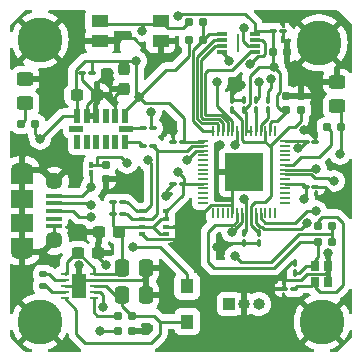
<source format=gtl>
G04 #@! TF.GenerationSoftware,KiCad,Pcbnew,(6.0.6)*
G04 #@! TF.CreationDate,2022-10-22T18:45:05+02:00*
G04 #@! TF.ProjectId,ADXL PCB,4144584c-2050-4434-922e-6b696361645f,rev?*
G04 #@! TF.SameCoordinates,Original*
G04 #@! TF.FileFunction,Copper,L1,Top*
G04 #@! TF.FilePolarity,Positive*
%FSLAX46Y46*%
G04 Gerber Fmt 4.6, Leading zero omitted, Abs format (unit mm)*
G04 Created by KiCad (PCBNEW (6.0.6)) date 2022-10-22 18:45:05*
%MOMM*%
%LPD*%
G01*
G04 APERTURE LIST*
G04 Aperture macros list*
%AMRoundRect*
0 Rectangle with rounded corners*
0 $1 Rounding radius*
0 $2 $3 $4 $5 $6 $7 $8 $9 X,Y pos of 4 corners*
0 Add a 4 corners polygon primitive as box body*
4,1,4,$2,$3,$4,$5,$6,$7,$8,$9,$2,$3,0*
0 Add four circle primitives for the rounded corners*
1,1,$1+$1,$2,$3*
1,1,$1+$1,$4,$5*
1,1,$1+$1,$6,$7*
1,1,$1+$1,$8,$9*
0 Add four rect primitives between the rounded corners*
20,1,$1+$1,$2,$3,$4,$5,0*
20,1,$1+$1,$4,$5,$6,$7,0*
20,1,$1+$1,$6,$7,$8,$9,0*
20,1,$1+$1,$8,$9,$2,$3,0*%
G04 Aperture macros list end*
G04 #@! TA.AperFunction,ComponentPad*
%ADD10C,3.800000*%
G04 #@! TD*
G04 #@! TA.AperFunction,SMDPad,CuDef*
%ADD11RoundRect,0.100000X-0.100000X0.217500X-0.100000X-0.217500X0.100000X-0.217500X0.100000X0.217500X0*%
G04 #@! TD*
G04 #@! TA.AperFunction,SMDPad,CuDef*
%ADD12RoundRect,0.160000X-0.197500X-0.160000X0.197500X-0.160000X0.197500X0.160000X-0.197500X0.160000X0*%
G04 #@! TD*
G04 #@! TA.AperFunction,SMDPad,CuDef*
%ADD13RoundRect,0.237500X0.300000X0.237500X-0.300000X0.237500X-0.300000X-0.237500X0.300000X-0.237500X0*%
G04 #@! TD*
G04 #@! TA.AperFunction,SMDPad,CuDef*
%ADD14RoundRect,0.100000X-0.217500X-0.100000X0.217500X-0.100000X0.217500X0.100000X-0.217500X0.100000X0*%
G04 #@! TD*
G04 #@! TA.AperFunction,SMDPad,CuDef*
%ADD15RoundRect,0.100000X0.217500X0.100000X-0.217500X0.100000X-0.217500X-0.100000X0.217500X-0.100000X0*%
G04 #@! TD*
G04 #@! TA.AperFunction,SMDPad,CuDef*
%ADD16RoundRect,0.155000X0.155000X-0.212500X0.155000X0.212500X-0.155000X0.212500X-0.155000X-0.212500X0*%
G04 #@! TD*
G04 #@! TA.AperFunction,SMDPad,CuDef*
%ADD17RoundRect,0.160000X-0.160000X0.197500X-0.160000X-0.197500X0.160000X-0.197500X0.160000X0.197500X0*%
G04 #@! TD*
G04 #@! TA.AperFunction,ComponentPad*
%ADD18R,1.000000X1.000000*%
G04 #@! TD*
G04 #@! TA.AperFunction,ComponentPad*
%ADD19O,1.000000X1.000000*%
G04 #@! TD*
G04 #@! TA.AperFunction,SMDPad,CuDef*
%ADD20R,0.850000X0.200000*%
G04 #@! TD*
G04 #@! TA.AperFunction,SMDPad,CuDef*
%ADD21R,0.200000X0.850000*%
G04 #@! TD*
G04 #@! TA.AperFunction,SMDPad,CuDef*
%ADD22R,3.200000X3.200000*%
G04 #@! TD*
G04 #@! TA.AperFunction,SMDPad,CuDef*
%ADD23RoundRect,0.160000X0.197500X0.160000X-0.197500X0.160000X-0.197500X-0.160000X0.197500X-0.160000X0*%
G04 #@! TD*
G04 #@! TA.AperFunction,SMDPad,CuDef*
%ADD24RoundRect,0.250000X-0.450000X0.325000X-0.450000X-0.325000X0.450000X-0.325000X0.450000X0.325000X0*%
G04 #@! TD*
G04 #@! TA.AperFunction,SMDPad,CuDef*
%ADD25RoundRect,0.237500X-0.237500X0.300000X-0.237500X-0.300000X0.237500X-0.300000X0.237500X0.300000X0*%
G04 #@! TD*
G04 #@! TA.AperFunction,SMDPad,CuDef*
%ADD26R,0.550000X1.145000*%
G04 #@! TD*
G04 #@! TA.AperFunction,SMDPad,CuDef*
%ADD27R,1.145000X0.550000*%
G04 #@! TD*
G04 #@! TA.AperFunction,SMDPad,CuDef*
%ADD28RoundRect,0.237500X-0.300000X-0.237500X0.300000X-0.237500X0.300000X0.237500X-0.300000X0.237500X0*%
G04 #@! TD*
G04 #@! TA.AperFunction,SMDPad,CuDef*
%ADD29R,0.762000X0.254000*%
G04 #@! TD*
G04 #@! TA.AperFunction,SMDPad,CuDef*
%ADD30R,1.244600X2.057400*%
G04 #@! TD*
G04 #@! TA.AperFunction,SMDPad,CuDef*
%ADD31RoundRect,0.100000X0.100000X-0.217500X0.100000X0.217500X-0.100000X0.217500X-0.100000X-0.217500X0*%
G04 #@! TD*
G04 #@! TA.AperFunction,SMDPad,CuDef*
%ADD32RoundRect,0.147500X-0.172500X0.147500X-0.172500X-0.147500X0.172500X-0.147500X0.172500X0.147500X0*%
G04 #@! TD*
G04 #@! TA.AperFunction,SMDPad,CuDef*
%ADD33R,1.120000X1.240000*%
G04 #@! TD*
G04 #@! TA.AperFunction,SMDPad,CuDef*
%ADD34R,0.800000X0.900000*%
G04 #@! TD*
G04 #@! TA.AperFunction,SMDPad,CuDef*
%ADD35RoundRect,0.250000X-0.337500X-0.475000X0.337500X-0.475000X0.337500X0.475000X-0.337500X0.475000X0*%
G04 #@! TD*
G04 #@! TA.AperFunction,SMDPad,CuDef*
%ADD36R,0.500000X0.350000*%
G04 #@! TD*
G04 #@! TA.AperFunction,SMDPad,CuDef*
%ADD37RoundRect,0.155000X-0.212500X-0.155000X0.212500X-0.155000X0.212500X0.155000X-0.212500X0.155000X0*%
G04 #@! TD*
G04 #@! TA.AperFunction,SMDPad,CuDef*
%ADD38RoundRect,0.075000X0.075000X-0.212500X0.075000X0.212500X-0.075000X0.212500X-0.075000X-0.212500X0*%
G04 #@! TD*
G04 #@! TA.AperFunction,SMDPad,CuDef*
%ADD39R,1.350000X0.400000*%
G04 #@! TD*
G04 #@! TA.AperFunction,SMDPad,CuDef*
%ADD40R,1.900000X1.500000*%
G04 #@! TD*
G04 #@! TA.AperFunction,ComponentPad*
%ADD41C,1.450000*%
G04 #@! TD*
G04 #@! TA.AperFunction,SMDPad,CuDef*
%ADD42R,1.900000X1.200000*%
G04 #@! TD*
G04 #@! TA.AperFunction,ComponentPad*
%ADD43O,1.900000X1.200000*%
G04 #@! TD*
G04 #@! TA.AperFunction,SMDPad,CuDef*
%ADD44R,1.450000X1.000000*%
G04 #@! TD*
G04 #@! TA.AperFunction,SMDPad,CuDef*
%ADD45R,0.900000X0.300000*%
G04 #@! TD*
G04 #@! TA.AperFunction,SMDPad,CuDef*
%ADD46R,0.250000X1.650000*%
G04 #@! TD*
G04 #@! TA.AperFunction,ViaPad*
%ADD47C,0.800000*%
G04 #@! TD*
G04 #@! TA.AperFunction,Conductor*
%ADD48C,0.250000*%
G04 #@! TD*
G04 APERTURE END LIST*
D10*
X141986000Y-95250000D03*
D11*
X161290000Y-100376500D03*
X161290000Y-101191500D03*
D12*
X148554500Y-118618000D03*
X149749500Y-118618000D03*
D13*
X148690500Y-111506000D03*
X146965500Y-111506000D03*
D14*
X150722500Y-104231000D03*
X151537500Y-104231000D03*
D10*
X165608000Y-95504000D03*
D15*
X163475500Y-116332000D03*
X162660500Y-116332000D03*
D16*
X164084000Y-101151500D03*
X164084000Y-100016500D03*
D14*
X145542000Y-98044000D03*
X146357000Y-98044000D03*
D13*
X146912500Y-113284000D03*
X145187500Y-113284000D03*
D17*
X147574000Y-105828500D03*
X147574000Y-107023500D03*
D18*
X157983000Y-117602000D03*
D19*
X159253000Y-117602000D03*
X160523000Y-117602000D03*
D14*
X161698500Y-94488000D03*
X162513500Y-94488000D03*
D20*
X155808000Y-103826000D03*
X155808000Y-104226000D03*
X155808000Y-104626000D03*
X155808000Y-105026000D03*
X155808000Y-105426000D03*
X155808000Y-105826000D03*
X155808000Y-106226000D03*
X155808000Y-106626000D03*
X155808000Y-107026000D03*
X155808000Y-107426000D03*
X155808000Y-107826000D03*
X155808000Y-108226000D03*
X155808000Y-108626000D03*
X155808000Y-109026000D03*
D21*
X156658000Y-109876000D03*
X157058000Y-109876000D03*
X157458000Y-109876000D03*
X157858000Y-109876000D03*
X158258000Y-109876000D03*
X158658000Y-109876000D03*
X159058000Y-109876000D03*
X159458000Y-109876000D03*
X159858000Y-109876000D03*
X160258000Y-109876000D03*
X160658000Y-109876000D03*
X161058000Y-109876000D03*
X161458000Y-109876000D03*
X161858000Y-109876000D03*
D20*
X162708000Y-109026000D03*
X162708000Y-108626000D03*
X162708000Y-108226000D03*
X162708000Y-107826000D03*
X162708000Y-107426000D03*
X162708000Y-107026000D03*
X162708000Y-106626000D03*
X162708000Y-106226000D03*
X162708000Y-105826000D03*
X162708000Y-105426000D03*
X162708000Y-105026000D03*
X162708000Y-104626000D03*
X162708000Y-104226000D03*
X162708000Y-103826000D03*
D21*
X161858000Y-102976000D03*
X161458000Y-102976000D03*
X161058000Y-102976000D03*
X160658000Y-102976000D03*
X160258000Y-102976000D03*
X159858000Y-102976000D03*
X159458000Y-102976000D03*
X159058000Y-102976000D03*
X158658000Y-102976000D03*
X158258000Y-102976000D03*
X157858000Y-102976000D03*
X157458000Y-102976000D03*
X157058000Y-102976000D03*
X156658000Y-102976000D03*
D22*
X159258000Y-106426000D03*
D10*
X165862000Y-119126000D03*
D23*
X166671500Y-110998000D03*
X165476500Y-110998000D03*
D12*
X154596500Y-93726000D03*
X155791500Y-93726000D03*
D24*
X140716000Y-98543000D03*
X140716000Y-100593000D03*
D25*
X149098000Y-97689500D03*
X149098000Y-99414500D03*
D26*
X149136000Y-101691000D03*
X148336000Y-101691000D03*
X147536000Y-101691000D03*
X146736000Y-101691000D03*
X145936000Y-101691000D03*
X145136000Y-101691000D03*
D27*
X145038500Y-102788500D03*
D26*
X145136000Y-103886000D03*
X145936000Y-103886000D03*
X146736000Y-103886000D03*
X147536000Y-103886000D03*
X148336000Y-103886000D03*
X149136000Y-103886000D03*
D27*
X149233500Y-102788500D03*
D28*
X145087000Y-99913000D03*
X146812000Y-99913000D03*
D12*
X140372500Y-102362000D03*
X141567500Y-102362000D03*
D24*
X167132000Y-98797000D03*
X167132000Y-100847000D03*
D14*
X150722500Y-102707000D03*
X151537500Y-102707000D03*
D29*
X144068800Y-115077999D03*
X144068800Y-115578001D03*
X144068800Y-116078000D03*
X144068800Y-116577999D03*
X144068800Y-117078001D03*
X146507200Y-117078001D03*
X146507200Y-116577999D03*
X146507200Y-116078000D03*
X146507200Y-115578001D03*
X146507200Y-115077999D03*
D30*
X145288000Y-116078000D03*
D16*
X162814000Y-101151500D03*
X162814000Y-100016500D03*
D23*
X167475500Y-102616000D03*
X166280500Y-102616000D03*
D31*
X163576000Y-114961500D03*
X163576000Y-114146500D03*
X158242000Y-101191500D03*
X158242000Y-100376500D03*
D11*
X160528000Y-111606500D03*
X160528000Y-112421500D03*
D31*
X159258000Y-101191500D03*
X159258000Y-100376500D03*
D14*
X164472500Y-103886000D03*
X165287500Y-103886000D03*
D23*
X166671500Y-112330000D03*
X165476500Y-112330000D03*
D32*
X142240000Y-115085000D03*
X142240000Y-116055000D03*
D33*
X154432000Y-119102000D03*
X154432000Y-116102000D03*
D11*
X160274000Y-100376500D03*
X160274000Y-101191500D03*
D34*
X165270000Y-114362000D03*
X165270000Y-115762000D03*
X166370000Y-115762000D03*
X166370000Y-114362000D03*
D35*
X148894500Y-116840000D03*
X150969500Y-116840000D03*
D14*
X164472500Y-107696000D03*
X165287500Y-107696000D03*
D15*
X149005500Y-108966000D03*
X148190500Y-108966000D03*
D12*
X154596500Y-95250000D03*
X155791500Y-95250000D03*
D36*
X150613000Y-111719000D03*
X150613000Y-111069000D03*
X150613000Y-110419000D03*
X150613000Y-109769000D03*
X152663000Y-109769000D03*
X152663000Y-110419000D03*
X152663000Y-111069000D03*
X152663000Y-111719000D03*
D35*
X148894500Y-114554000D03*
X150969500Y-114554000D03*
D37*
X161738500Y-96288000D03*
X162873500Y-96288000D03*
D38*
X146304000Y-106509500D03*
X146304000Y-105834500D03*
D39*
X143194500Y-108428000D03*
X143194500Y-109078000D03*
X143194500Y-109728000D03*
X143194500Y-110378000D03*
X143194500Y-111028000D03*
D40*
X140494500Y-108728000D03*
D41*
X143194500Y-112228000D03*
D42*
X140494500Y-112628000D03*
D43*
X140494500Y-106228000D03*
D40*
X140494500Y-110728000D03*
D43*
X140494500Y-113228000D03*
D42*
X140494500Y-106828000D03*
D41*
X143194500Y-107228000D03*
D44*
X152181000Y-93638000D03*
X147031000Y-93638000D03*
X147031000Y-95338000D03*
X152181000Y-95338000D03*
D11*
X159258000Y-111606500D03*
X159258000Y-112421500D03*
D10*
X141986000Y-119126000D03*
D15*
X154077500Y-103886000D03*
X153262500Y-103886000D03*
D45*
X157350000Y-94754000D03*
X157350000Y-95254000D03*
X157350000Y-95754000D03*
X157350000Y-96254000D03*
X160150000Y-96254000D03*
X160150000Y-95754000D03*
X160150000Y-95254000D03*
X160150000Y-94754000D03*
D46*
X158750000Y-95504000D03*
D15*
X149005500Y-109982000D03*
X148190500Y-109982000D03*
D12*
X148554500Y-119888000D03*
X149749500Y-119888000D03*
D15*
X154077500Y-107442000D03*
X153262500Y-107442000D03*
D47*
X150114000Y-97028000D03*
X159258000Y-108712000D03*
X153670000Y-106426000D03*
X153670000Y-93188480D03*
X161798000Y-97536000D03*
X164338000Y-108712000D03*
X150368000Y-100076000D03*
X141986000Y-103632000D03*
X163830000Y-104394000D03*
X166370000Y-113284000D03*
X145288000Y-114300000D03*
X153262500Y-102970500D03*
X153162000Y-120650000D03*
X156972000Y-112776000D03*
X164338000Y-102870000D03*
X147828000Y-98044000D03*
X149860000Y-106934000D03*
X157226000Y-104140000D03*
X155194000Y-112268000D03*
X147574000Y-114300000D03*
X157988000Y-97028000D03*
X167132000Y-108712000D03*
X151569842Y-96959842D03*
X159004000Y-99060000D03*
X152654000Y-108458000D03*
X151130000Y-119634000D03*
X143256000Y-100584000D03*
X143510000Y-103886000D03*
X146304000Y-107696000D03*
X149860000Y-112776000D03*
X151384000Y-101346000D03*
X151130000Y-105410000D03*
X154432000Y-105410000D03*
X158242000Y-111506000D03*
X158496000Y-113538000D03*
X164592000Y-110744000D03*
X165354000Y-109728000D03*
X147320000Y-117856000D03*
X147066000Y-119888000D03*
X166878000Y-107188000D03*
X165354000Y-106172000D03*
X149352000Y-105664000D03*
X159766000Y-97282000D03*
X158496000Y-104140000D03*
X159266075Y-94224618D03*
X156972000Y-98806000D03*
X167386000Y-104902000D03*
X160528000Y-98806000D03*
X146304000Y-109220000D03*
X146304000Y-110236000D03*
X161544000Y-98552000D03*
X150622000Y-94488000D03*
D48*
X154077500Y-108354500D02*
X152663000Y-109769000D01*
X161798000Y-97536000D02*
X162306000Y-98044000D01*
X153670000Y-106426000D02*
X154178000Y-106934000D01*
X141567500Y-102362000D02*
X141567500Y-103213500D01*
X152908000Y-100584000D02*
X154178000Y-101854000D01*
X154077500Y-107442000D02*
X154077500Y-108354500D01*
X159258000Y-101191500D02*
X159749480Y-100700020D01*
X153416000Y-97790000D02*
X154596500Y-96609500D01*
X144272000Y-114046000D02*
X145034000Y-113284000D01*
X146507200Y-114603700D02*
X146507200Y-115077999D01*
X149136000Y-101308000D02*
X150368000Y-100076000D01*
X141567500Y-103213500D02*
X141986000Y-103632000D01*
X161738500Y-96288000D02*
X161738500Y-97476500D01*
X154178000Y-101854000D02*
X154178000Y-103785500D01*
X144999980Y-97809580D02*
X144999980Y-99825980D01*
X151511000Y-111125000D02*
X152105000Y-111719000D01*
X162306000Y-99620278D02*
X162052000Y-99874278D01*
X162052000Y-102108000D02*
X162814000Y-101346000D01*
X148894500Y-114554000D02*
X148894500Y-111710000D01*
X149127500Y-111069000D02*
X150613000Y-111069000D01*
X159458000Y-108912000D02*
X159258000Y-108712000D01*
X160416000Y-94488000D02*
X160150000Y-94754000D01*
X144272000Y-114874799D02*
X144068800Y-115077999D01*
X148690500Y-111506000D02*
X149127500Y-111069000D01*
X144272000Y-114046000D02*
X144272000Y-114874799D01*
X162708000Y-107426000D02*
X164202500Y-107426000D01*
X154596500Y-96609500D02*
X154596500Y-95250000D01*
X163830000Y-104394000D02*
X163964500Y-104394000D01*
X161458000Y-102976000D02*
X161458000Y-102301000D01*
X164472500Y-108577500D02*
X164338000Y-108712000D01*
X146357000Y-98044000D02*
X146357000Y-97081000D01*
X159458000Y-102976000D02*
X159858000Y-102976000D01*
X155748000Y-103886000D02*
X155808000Y-103826000D01*
X151455000Y-111069000D02*
X151511000Y-111125000D01*
X151511000Y-111125000D02*
X152217000Y-110419000D01*
X146507200Y-115077999D02*
X148370501Y-115077999D01*
X163964500Y-104394000D02*
X164472500Y-103886000D01*
X162814000Y-101346000D02*
X162814000Y-101151500D01*
X162306000Y-98044000D02*
X162306000Y-99620278D01*
X159458000Y-102976000D02*
X159458000Y-101391500D01*
X149136000Y-101691000D02*
X149136000Y-101308000D01*
X155808000Y-107426000D02*
X154093500Y-107426000D01*
X148690500Y-111506000D02*
X148190500Y-111006000D01*
X145136000Y-101691000D02*
X145136000Y-99962000D01*
X150114000Y-97028000D02*
X146304000Y-97028000D01*
X150114000Y-97028000D02*
X150114000Y-99822000D01*
X164472500Y-107696000D02*
X164472500Y-108577500D01*
X159375480Y-93081480D02*
X153777000Y-93081480D01*
X154178000Y-107341500D02*
X154077500Y-107442000D01*
X159749480Y-100700020D02*
X159749480Y-98314520D01*
X150876000Y-100584000D02*
X152908000Y-100584000D01*
X154178000Y-106934000D02*
X154178000Y-107341500D01*
X162814000Y-101151500D02*
X162365500Y-101151500D01*
X144999980Y-99825980D02*
X145087000Y-99913000D01*
X152217000Y-110419000D02*
X152663000Y-110419000D01*
X162052000Y-100838000D02*
X162052000Y-100418159D01*
X160150000Y-93856000D02*
X159512000Y-93218000D01*
X159458000Y-111406500D02*
X159458000Y-109876000D01*
X152105000Y-111719000D02*
X152663000Y-111719000D01*
X145136000Y-99962000D02*
X145087000Y-99913000D01*
X154178000Y-103785500D02*
X154077500Y-103886000D01*
X148894500Y-111710000D02*
X148690500Y-111506000D01*
X146304000Y-97028000D02*
X145781560Y-97028000D01*
X154093500Y-107426000D02*
X154077500Y-107442000D01*
X159512000Y-93218000D02*
X159375480Y-93081480D01*
X164202500Y-107426000D02*
X164472500Y-107696000D01*
X160150000Y-94754000D02*
X160150000Y-93856000D01*
X164412500Y-103826000D02*
X164472500Y-103886000D01*
X145187500Y-113284000D02*
X146507200Y-114603700D01*
X148190500Y-108966000D02*
X148190500Y-109982000D01*
X145034000Y-113284000D02*
X145187500Y-113284000D01*
X149098000Y-97282000D02*
X149098000Y-97181500D01*
X148190500Y-111006000D02*
X148190500Y-109982000D01*
X145781560Y-97028000D02*
X144999980Y-97809580D01*
X148370501Y-115077999D02*
X148894500Y-114554000D01*
X141986000Y-103632000D02*
X143927000Y-101691000D01*
X161698500Y-94488000D02*
X160416000Y-94488000D01*
X150368000Y-100076000D02*
X150876000Y-100584000D01*
X161651000Y-102108000D02*
X162052000Y-102108000D01*
X152654000Y-97790000D02*
X153416000Y-97790000D01*
X159258000Y-111606500D02*
X159458000Y-111406500D01*
X161738500Y-94528000D02*
X161698500Y-94488000D01*
X159749480Y-98314520D02*
X160528000Y-97536000D01*
X162708000Y-103826000D02*
X164412500Y-103826000D01*
X160528000Y-97536000D02*
X161798000Y-97536000D01*
X143927000Y-101691000D02*
X145136000Y-101691000D01*
X150114000Y-99822000D02*
X150368000Y-100076000D01*
X162365500Y-101151500D02*
X162052000Y-100838000D01*
X159458000Y-109876000D02*
X159458000Y-108912000D01*
X152663000Y-110419000D02*
X152663000Y-109769000D01*
X159458000Y-101391500D02*
X159258000Y-101191500D01*
X150368000Y-100076000D02*
X152654000Y-97790000D01*
X161738500Y-96288000D02*
X161738500Y-94528000D01*
X154077500Y-103886000D02*
X155748000Y-103886000D01*
X161738500Y-97476500D02*
X161798000Y-97536000D01*
X146357000Y-97081000D02*
X146304000Y-97028000D01*
X162052000Y-99874278D02*
X162052000Y-100584000D01*
X153777000Y-93081480D02*
X153670000Y-93188480D01*
X150613000Y-111069000D02*
X151455000Y-111069000D01*
X161458000Y-102301000D02*
X161651000Y-102108000D01*
X159258000Y-112421500D02*
X160528000Y-112421500D01*
X152663000Y-111069000D02*
X153741000Y-111069000D01*
X156480000Y-109204000D02*
X158258000Y-109204000D01*
X157988000Y-96892000D02*
X157350000Y-96254000D01*
X148336000Y-100838000D02*
X147411000Y-99913000D01*
X151569842Y-96766858D02*
X149916463Y-95113479D01*
X147255521Y-95113479D02*
X147031000Y-95338000D01*
X145936000Y-100789000D02*
X146812000Y-99913000D01*
X153262500Y-103886000D02*
X153262500Y-102970500D01*
X145542000Y-98643000D02*
X146812000Y-99913000D01*
X150613999Y-115578001D02*
X150969500Y-115222500D01*
X162660500Y-115416500D02*
X162814000Y-115570000D01*
X154178000Y-111760000D02*
X153819489Y-112118511D01*
X148336000Y-100013500D02*
X149098000Y-99251500D01*
X158242000Y-100376500D02*
X159258000Y-100376500D01*
X164592000Y-115062000D02*
X166116000Y-115062000D01*
X157326500Y-112421500D02*
X156972000Y-112776000D01*
X166116000Y-107696000D02*
X167132000Y-108712000D01*
X154178000Y-111506000D02*
X154178000Y-111760000D01*
X152654000Y-108050500D02*
X153262500Y-107442000D01*
X146736000Y-99989000D02*
X146812000Y-99913000D01*
X146912500Y-113284000D02*
X146912500Y-113638500D01*
X144068800Y-116078000D02*
X145288000Y-116078000D01*
X148336000Y-101691000D02*
X148336000Y-100838000D01*
X145542000Y-98044000D02*
X145542000Y-98643000D01*
X163322000Y-114046000D02*
X163475500Y-114046000D01*
X147411000Y-99913000D02*
X146812000Y-99913000D01*
X162513500Y-94488000D02*
X162513500Y-95203500D01*
X162873500Y-95563500D02*
X162873500Y-96288000D01*
X150969500Y-115222500D02*
X150969500Y-114554000D01*
X149916463Y-95113479D02*
X147255521Y-95113479D01*
X151012511Y-112118511D02*
X150613000Y-111719000D01*
X165287500Y-107696000D02*
X166116000Y-107696000D01*
X145936000Y-101691000D02*
X145936000Y-100789000D01*
X164338000Y-102870000D02*
X164592000Y-102870000D01*
X164592000Y-102870000D02*
X165287500Y-103565500D01*
X148336000Y-100838000D02*
X148336000Y-100013500D01*
X162814000Y-115570000D02*
X164084000Y-115570000D01*
X151569842Y-96959842D02*
X151569842Y-96766858D01*
X146736000Y-101691000D02*
X146736000Y-99989000D01*
X145288000Y-116078000D02*
X145288000Y-114300000D01*
X145787999Y-115578001D02*
X146507200Y-115578001D01*
X164084000Y-115570000D02*
X164592000Y-115062000D01*
X162660500Y-116332000D02*
X162660500Y-115416500D01*
X157988000Y-97028000D02*
X157988000Y-96892000D01*
X162660500Y-115416500D02*
X162660500Y-114707500D01*
X153819489Y-112118511D02*
X151012511Y-112118511D01*
X152654000Y-108458000D02*
X152654000Y-108050500D01*
X143194500Y-112228000D02*
X143194500Y-111028000D01*
X158258000Y-107426000D02*
X159258000Y-106426000D01*
X158258000Y-109876000D02*
X158258000Y-109204000D01*
X163475500Y-114046000D02*
X163576000Y-114146500D01*
X158242000Y-100376500D02*
X158242000Y-99822000D01*
X154178000Y-111506000D02*
X156480000Y-109204000D01*
X146912500Y-113638500D02*
X147574000Y-114300000D01*
X146507200Y-115578001D02*
X150613999Y-115578001D01*
X166116000Y-115062000D02*
X166370000Y-114808000D01*
X153741000Y-111069000D02*
X154178000Y-111506000D01*
X158258000Y-109204000D02*
X158258000Y-107426000D01*
X158242000Y-99822000D02*
X159004000Y-99060000D01*
X162660500Y-114707500D02*
X163322000Y-114046000D01*
X162513500Y-95203500D02*
X162873500Y-95563500D01*
X165287500Y-103565500D02*
X165287500Y-103886000D01*
X145288000Y-116078000D02*
X145787999Y-115578001D01*
X159258000Y-112421500D02*
X157326500Y-112421500D01*
X150377500Y-103886000D02*
X150722500Y-104231000D01*
X149136000Y-103886000D02*
X150377500Y-103886000D01*
X149315000Y-102707000D02*
X149233500Y-102788500D01*
X150722500Y-102707000D02*
X149315000Y-102707000D01*
X148894500Y-116840000D02*
X148894500Y-117763000D01*
X151638000Y-118618000D02*
X152146000Y-119126000D01*
X152146000Y-120142000D02*
X152146000Y-119126000D01*
X148894500Y-116840000D02*
X148336000Y-116840000D01*
X145034000Y-118110000D02*
X145034000Y-120142000D01*
X147574000Y-116078000D02*
X146507200Y-116078000D01*
X152146000Y-119126000D02*
X152170000Y-119102000D01*
X145034000Y-120142000D02*
X145796000Y-120904000D01*
X152170000Y-119102000D02*
X154432000Y-119102000D01*
X144068800Y-117078001D02*
X144068800Y-117144800D01*
X149749500Y-118618000D02*
X151638000Y-118618000D01*
X148336000Y-116840000D02*
X147574000Y-116078000D01*
X144068800Y-117144800D02*
X145034000Y-118110000D01*
X145796000Y-120904000D02*
X151384000Y-120904000D01*
X148894500Y-117763000D02*
X149749500Y-118618000D01*
X151384000Y-120904000D02*
X152146000Y-120142000D01*
X154432000Y-115062000D02*
X154432000Y-116102000D01*
X149860000Y-112776000D02*
X152146000Y-112776000D01*
X146304000Y-107696000D02*
X146304000Y-106509500D01*
X145572000Y-108428000D02*
X143194500Y-108428000D01*
X152146000Y-112776000D02*
X154432000Y-115062000D01*
X146304000Y-107696000D02*
X145572000Y-108428000D01*
X151892000Y-104585500D02*
X151892000Y-109982000D01*
X154432000Y-104648000D02*
X154844480Y-104235520D01*
X149352000Y-109982000D02*
X149789000Y-110419000D01*
X149005500Y-109982000D02*
X149352000Y-109982000D01*
X151537500Y-104231000D02*
X151954500Y-104648000D01*
X151892000Y-109982000D02*
X151455000Y-110419000D01*
X151537500Y-104231000D02*
X151892000Y-104585500D01*
X151954500Y-104648000D02*
X154432000Y-104648000D01*
X149789000Y-110419000D02*
X150613000Y-110419000D01*
X151455000Y-110419000D02*
X150613000Y-110419000D01*
X154844480Y-104235520D02*
X155808000Y-104235520D01*
X150613000Y-109769000D02*
X150835000Y-109769000D01*
X151384000Y-101346000D02*
X151384000Y-102553500D01*
X151384000Y-109220000D02*
X151384000Y-105664000D01*
X155216000Y-104626000D02*
X154432000Y-105410000D01*
X150155000Y-109769000D02*
X150613000Y-109769000D01*
X150835000Y-109769000D02*
X151384000Y-109220000D01*
X155808000Y-104626000D02*
X155216000Y-104626000D01*
X151384000Y-105664000D02*
X151130000Y-105410000D01*
X149352000Y-108966000D02*
X150155000Y-109769000D01*
X149005500Y-108966000D02*
X149352000Y-108966000D01*
X151384000Y-102553500D02*
X151537500Y-102707000D01*
X163930500Y-114961500D02*
X164530000Y-114362000D01*
X164530000Y-114362000D02*
X165270000Y-114362000D01*
X165270000Y-113876000D02*
X165476500Y-113669500D01*
X156210000Y-114046000D02*
X156718000Y-114554000D01*
X165476500Y-113669500D02*
X165476500Y-112330000D01*
X158658000Y-110595704D02*
X158372215Y-110881489D01*
X165270000Y-114362000D02*
X165270000Y-113876000D01*
X156718000Y-114554000D02*
X161798000Y-114554000D01*
X158658000Y-109876000D02*
X158658000Y-110595704D01*
X156834511Y-110881489D02*
X156210000Y-111506000D01*
X156210000Y-111506000D02*
X156210000Y-114046000D01*
X163576000Y-114961500D02*
X163930500Y-114961500D01*
X164022000Y-112330000D02*
X165476500Y-112330000D01*
X161798000Y-114554000D02*
X164022000Y-112330000D01*
X158372215Y-110881489D02*
X156834511Y-110881489D01*
X158242000Y-111506000D02*
X159058000Y-110690000D01*
X166644480Y-111685480D02*
X163904520Y-111685480D01*
X166671500Y-111712500D02*
X166644480Y-111685480D01*
X166671500Y-111712500D02*
X166671500Y-110998000D01*
X159004000Y-114046000D02*
X158496000Y-113538000D01*
X161544000Y-114046000D02*
X159004000Y-114046000D01*
X163904520Y-111685480D02*
X161544000Y-114046000D01*
X166671500Y-112330000D02*
X166671500Y-111712500D01*
X159058000Y-110690000D02*
X159058000Y-109876000D01*
X163576000Y-102616000D02*
X164084000Y-102108000D01*
X159858000Y-109876000D02*
X159858000Y-109301978D01*
X161058000Y-103908000D02*
X161058000Y-102976000D01*
X161036000Y-108966000D02*
X161544000Y-108458000D01*
X161417000Y-104267000D02*
X163068000Y-102616000D01*
X161417000Y-104267000D02*
X161058000Y-103908000D01*
X159058000Y-102007500D02*
X158242000Y-101191500D01*
X159058000Y-102976000D02*
X159058000Y-103686000D01*
X163068000Y-102616000D02*
X163576000Y-102616000D01*
X159858000Y-110936500D02*
X159858000Y-109876000D01*
X164084000Y-102108000D02*
X164084000Y-101151500D01*
X159058000Y-102976000D02*
X159058000Y-102007500D01*
X159058000Y-103686000D02*
X159280000Y-103908000D01*
X161544000Y-108458000D02*
X161544000Y-104394000D01*
X161544000Y-104394000D02*
X161417000Y-104267000D01*
X160193978Y-108966000D02*
X161036000Y-108966000D01*
X159280000Y-103908000D02*
X161058000Y-103908000D01*
X159858000Y-109301978D02*
X160193978Y-108966000D01*
X160528000Y-111606500D02*
X159858000Y-110936500D01*
X160762420Y-111064480D02*
X160594480Y-111064480D01*
X160258000Y-110728000D02*
X160258000Y-109876000D01*
X160949940Y-111252000D02*
X160762420Y-111064480D01*
X160594480Y-111064480D02*
X160258000Y-110728000D01*
X164084000Y-111252000D02*
X160949940Y-111252000D01*
X164592000Y-110744000D02*
X164084000Y-111252000D01*
X164592000Y-109728000D02*
X165354000Y-109728000D01*
X164338000Y-109982000D02*
X164592000Y-109728000D01*
X163576000Y-110744000D02*
X164338000Y-109982000D01*
X161036000Y-110744000D02*
X163576000Y-110744000D01*
X160658000Y-109876000D02*
X160658000Y-110366000D01*
X160658000Y-110366000D02*
X161036000Y-110744000D01*
X166878000Y-107188000D02*
X166624000Y-107188000D01*
X166370000Y-106934000D02*
X165232807Y-106934000D01*
X147057999Y-116577999D02*
X147320000Y-116840000D01*
X166624000Y-107188000D02*
X166370000Y-106934000D01*
X146507200Y-116577999D02*
X147057999Y-116577999D01*
X147320000Y-116840000D02*
X147320000Y-117856000D01*
X165232807Y-106934000D02*
X164924807Y-106626000D01*
X147066000Y-119888000D02*
X148554500Y-119888000D01*
X164924807Y-106626000D02*
X162708000Y-106626000D01*
X148844000Y-105156000D02*
X149352000Y-105664000D01*
X147568000Y-105834500D02*
X147574000Y-105828500D01*
X162708000Y-106226000D02*
X165300000Y-106226000D01*
X146812000Y-105751000D02*
X146812000Y-105156000D01*
X148082000Y-105156000D02*
X148844000Y-105156000D01*
X146304000Y-105834500D02*
X146728500Y-105834500D01*
X146728500Y-105834500D02*
X147568000Y-105834500D01*
X165300000Y-106226000D02*
X165354000Y-106172000D01*
X146812000Y-105156000D02*
X148082000Y-105156000D01*
X146728500Y-105834500D02*
X146812000Y-105751000D01*
X166624000Y-104140000D02*
X166624000Y-102959500D01*
X162708000Y-105826000D02*
X163414000Y-105826000D01*
X166624000Y-102959500D02*
X166280500Y-102616000D01*
X164084000Y-105156000D02*
X165608000Y-105156000D01*
X163414000Y-105826000D02*
X164084000Y-105156000D01*
X165608000Y-105156000D02*
X166624000Y-104140000D01*
X161290000Y-101854000D02*
X161290000Y-101191500D01*
X160658000Y-102976000D02*
X160658000Y-102486000D01*
X160658000Y-102486000D02*
X161290000Y-101854000D01*
X160258000Y-102976000D02*
X160258000Y-101207500D01*
X160258000Y-101207500D02*
X160274000Y-101191500D01*
X161036000Y-95504000D02*
X161036000Y-96417022D01*
X160786000Y-95254000D02*
X161036000Y-95504000D01*
X161036000Y-96417022D02*
X160824511Y-96628511D01*
X160419489Y-96628511D02*
X159766000Y-97282000D01*
X160824511Y-96628511D02*
X160419489Y-96628511D01*
X160150000Y-95254000D02*
X160786000Y-95254000D01*
X158658000Y-103978000D02*
X158496000Y-104140000D01*
X158658000Y-102976000D02*
X158658000Y-103978000D01*
X158258000Y-102110296D02*
X156972000Y-100824296D01*
X159266075Y-94224618D02*
X159199511Y-94291182D01*
X159199511Y-95352533D02*
X159600978Y-95754000D01*
X159199511Y-94291182D02*
X159199511Y-95352533D01*
X158258000Y-102976000D02*
X158258000Y-102110296D01*
X156972000Y-100824296D02*
X156972000Y-98806000D01*
X159600978Y-95754000D02*
X160150000Y-95754000D01*
X155988560Y-101627450D02*
X155988560Y-98011440D01*
X155988560Y-98011440D02*
X156210000Y-97790000D01*
X157858000Y-102213387D02*
X157272063Y-101627450D01*
X157272063Y-101627450D02*
X155988560Y-101627450D01*
X159778000Y-96254000D02*
X160150000Y-96254000D01*
X157858000Y-102976000D02*
X157858000Y-102213387D01*
X156210000Y-97790000D02*
X158242000Y-97790000D01*
X158242000Y-97790000D02*
X159778000Y-96254000D01*
X155639040Y-97049846D02*
X155639040Y-101818448D01*
X156800978Y-95754000D02*
X155645059Y-96909919D01*
X155797562Y-101976970D02*
X157127288Y-101976970D01*
X157127288Y-101976970D02*
X157458000Y-102307682D01*
X155645059Y-97043827D02*
X155639040Y-97049846D01*
X155645059Y-96909919D02*
X155645059Y-97043827D01*
X157458000Y-102307682D02*
X157458000Y-102976000D01*
X157350000Y-95754000D02*
X156800978Y-95754000D01*
X155639040Y-101818448D02*
X155797562Y-101976970D01*
X156714000Y-95254000D02*
X157350000Y-95254000D01*
X155289520Y-96905071D02*
X155295539Y-96899052D01*
X156982511Y-102326489D02*
X155652785Y-102326489D01*
X155295539Y-96672461D02*
X156714000Y-95254000D01*
X157058000Y-102976000D02*
X157058000Y-102401978D01*
X155289520Y-101963224D02*
X155289520Y-96905071D01*
X157058000Y-102401978D02*
X156982511Y-102326489D01*
X155652785Y-102326489D02*
X155289520Y-101963224D01*
X155295539Y-96899052D02*
X155295539Y-96672461D01*
X157350000Y-94754000D02*
X156287500Y-94754000D01*
X154940000Y-102108000D02*
X155808000Y-102976000D01*
X155791500Y-95250000D02*
X154946020Y-96095480D01*
X154940000Y-96760295D02*
X154940000Y-102108000D01*
X156287500Y-94754000D02*
X155791500Y-95250000D01*
X154946020Y-96754275D02*
X154940000Y-96760295D01*
X154946020Y-96095480D02*
X154946020Y-96754275D01*
X155808000Y-102976000D02*
X156658000Y-102976000D01*
X155791500Y-93726000D02*
X155791500Y-95250000D01*
X142771000Y-115085000D02*
X143264001Y-115578001D01*
X142240000Y-115085000D02*
X142771000Y-115085000D01*
X143264001Y-115578001D02*
X144068800Y-115578001D01*
X143002000Y-116586000D02*
X143010001Y-116577999D01*
X142240000Y-116055000D02*
X142471000Y-116055000D01*
X142471000Y-116055000D02*
X143002000Y-116586000D01*
X143010001Y-116577999D02*
X144068800Y-116577999D01*
X165862000Y-110236000D02*
X167132000Y-110236000D01*
X167045022Y-116586000D02*
X165694978Y-116586000D01*
X165476500Y-110621500D02*
X165862000Y-110236000D01*
X165476500Y-110998000D02*
X165476500Y-110621500D01*
X167640000Y-110744000D02*
X167640000Y-115991022D01*
X165270000Y-116161022D02*
X165270000Y-115762000D01*
X167132000Y-110236000D02*
X167640000Y-110744000D01*
X165694978Y-116586000D02*
X165270000Y-116161022D01*
X164954000Y-116078000D02*
X163729500Y-116078000D01*
X167640000Y-115991022D02*
X167045022Y-116586000D01*
X163729500Y-116078000D02*
X163475500Y-116332000D01*
X165270000Y-115762000D02*
X164954000Y-116078000D01*
X167475500Y-104812500D02*
X167386000Y-104902000D01*
X167475500Y-102616000D02*
X167475500Y-101190500D01*
X167475500Y-101190500D02*
X167132000Y-100847000D01*
X167475500Y-102616000D02*
X167475500Y-104812500D01*
X140716000Y-102018500D02*
X140372500Y-102362000D01*
X140716000Y-100593000D02*
X140716000Y-102018500D01*
X160528000Y-100122500D02*
X160274000Y-100376500D01*
X160528000Y-98806000D02*
X160528000Y-100122500D01*
X146162000Y-109078000D02*
X146304000Y-109220000D01*
X143194500Y-109078000D02*
X146162000Y-109078000D01*
X161290000Y-99568000D02*
X161544000Y-99314000D01*
X145288000Y-110236000D02*
X146304000Y-110236000D01*
X161290000Y-100376500D02*
X161290000Y-99568000D01*
X143194500Y-109728000D02*
X144780000Y-109728000D01*
X161544000Y-98552000D02*
X161544000Y-99314000D01*
X144780000Y-109728000D02*
X145288000Y-110236000D01*
X146507200Y-117078001D02*
X146507200Y-118313200D01*
X146507200Y-118313200D02*
X146812000Y-118618000D01*
X146812000Y-118618000D02*
X148554500Y-118618000D01*
X147031000Y-93638000D02*
X147255521Y-93862521D01*
X150739479Y-93862521D02*
X150739479Y-94370521D01*
X151956479Y-93862521D02*
X152181000Y-93638000D01*
X154088500Y-94234000D02*
X154596500Y-93726000D01*
X147255521Y-93862521D02*
X150739479Y-93862521D01*
X150739479Y-93862521D02*
X151956479Y-93862521D01*
X152181000Y-93638000D02*
X152777000Y-94234000D01*
X152777000Y-94234000D02*
X154088500Y-94234000D01*
X150739479Y-94370521D02*
X150622000Y-94488000D01*
G04 #@! TA.AperFunction,Conductor*
G36*
X143875532Y-102742538D02*
G01*
X143932368Y-102785085D01*
X143957179Y-102851605D01*
X143957500Y-102860594D01*
X143957500Y-103111634D01*
X143964255Y-103173816D01*
X144015385Y-103310205D01*
X144102739Y-103426761D01*
X144109919Y-103432142D01*
X144212113Y-103508733D01*
X144212116Y-103508735D01*
X144219295Y-103514115D01*
X144270451Y-103533293D01*
X144270730Y-103533397D01*
X144327494Y-103576039D01*
X144352194Y-103642601D01*
X144352500Y-103651379D01*
X144352500Y-104506634D01*
X144359255Y-104568816D01*
X144410385Y-104705205D01*
X144497739Y-104821761D01*
X144614295Y-104909115D01*
X144750684Y-104960245D01*
X144812866Y-104967000D01*
X145459134Y-104967000D01*
X145521316Y-104960245D01*
X145521580Y-104962674D01*
X145550420Y-104962674D01*
X145550684Y-104960245D01*
X145612866Y-104967000D01*
X145752926Y-104967000D01*
X145821047Y-104987002D01*
X145867540Y-105040658D01*
X145877644Y-105110932D01*
X145848150Y-105175512D01*
X145829631Y-105192961D01*
X145812843Y-105205843D01*
X145719314Y-105327733D01*
X145660519Y-105469676D01*
X145645500Y-105583756D01*
X145645500Y-106085244D01*
X145654556Y-106154024D01*
X145654757Y-106155553D01*
X145654757Y-106188444D01*
X145645500Y-106258756D01*
X145645500Y-106760244D01*
X145646038Y-106764330D01*
X145646038Y-106764331D01*
X145658104Y-106855978D01*
X145660519Y-106874324D01*
X145663678Y-106881949D01*
X145665817Y-106889934D01*
X145663930Y-106890440D01*
X145670500Y-106923485D01*
X145670500Y-106993476D01*
X145650498Y-107061597D01*
X145638142Y-107077779D01*
X145564960Y-107159056D01*
X145548249Y-107188000D01*
X145493993Y-107281975D01*
X145469473Y-107324444D01*
X145410458Y-107506072D01*
X145409768Y-107512633D01*
X145409768Y-107512635D01*
X145393093Y-107671292D01*
X145366080Y-107736949D01*
X145356878Y-107747217D01*
X145346500Y-107757595D01*
X145284188Y-107791621D01*
X145257405Y-107794500D01*
X144483409Y-107794500D01*
X144415288Y-107774498D01*
X144368795Y-107720842D01*
X144358691Y-107650568D01*
X144361702Y-107635889D01*
X144411982Y-107448241D01*
X144413885Y-107437446D01*
X144431731Y-107233475D01*
X144431731Y-107222525D01*
X144413885Y-107018554D01*
X144411982Y-107007759D01*
X144358990Y-106809988D01*
X144355244Y-106799696D01*
X144268714Y-106614132D01*
X144263231Y-106604637D01*
X144238140Y-106568803D01*
X144227661Y-106560427D01*
X144214215Y-106567495D01*
X143283595Y-107498115D01*
X143221283Y-107532141D01*
X143150468Y-107527076D01*
X143105405Y-107498115D01*
X142174064Y-106566774D01*
X142162290Y-106560344D01*
X142151739Y-106568507D01*
X142085621Y-106594370D01*
X142016016Y-106580382D01*
X141965023Y-106530983D01*
X141953742Y-106504348D01*
X141948025Y-106484876D01*
X141946634Y-106483671D01*
X141938951Y-106482000D01*
X140766615Y-106482000D01*
X140751376Y-106486475D01*
X140750171Y-106487865D01*
X140748500Y-106495548D01*
X140748500Y-112955885D01*
X140752975Y-112971124D01*
X140754365Y-112972329D01*
X140762048Y-112974000D01*
X141934385Y-112974000D01*
X141949624Y-112969525D01*
X141950829Y-112968135D01*
X141952291Y-112961413D01*
X141986316Y-112899100D01*
X142048628Y-112865075D01*
X142119443Y-112870139D01*
X142154083Y-112889773D01*
X142161339Y-112895573D01*
X142174785Y-112888505D01*
X143105405Y-111957885D01*
X143167717Y-111923859D01*
X143238532Y-111928924D01*
X143283595Y-111957885D01*
X143464615Y-112138905D01*
X143498641Y-112201217D01*
X143493576Y-112272032D01*
X143464615Y-112317095D01*
X142533274Y-113248436D01*
X142526844Y-113260211D01*
X142536140Y-113272226D01*
X142571137Y-113296731D01*
X142580632Y-113302214D01*
X142766196Y-113388744D01*
X142776488Y-113392490D01*
X142974259Y-113445482D01*
X142985054Y-113447385D01*
X143189025Y-113465231D01*
X143199975Y-113465231D01*
X143403946Y-113447385D01*
X143414741Y-113445482D01*
X143612512Y-113392490D01*
X143622804Y-113388744D01*
X143744433Y-113332027D01*
X143814624Y-113321366D01*
X143879437Y-113350346D01*
X143918294Y-113409765D01*
X143918857Y-113480760D01*
X143886778Y-113535317D01*
X143879747Y-113542348D01*
X143871461Y-113549888D01*
X143864982Y-113554000D01*
X143859557Y-113559777D01*
X143818357Y-113603651D01*
X143815602Y-113606493D01*
X143795865Y-113626230D01*
X143793385Y-113629427D01*
X143785682Y-113638447D01*
X143755414Y-113670679D01*
X143751595Y-113677625D01*
X143751593Y-113677628D01*
X143745652Y-113688434D01*
X143734801Y-113704953D01*
X143722386Y-113720959D01*
X143719241Y-113728228D01*
X143719238Y-113728232D01*
X143704826Y-113761537D01*
X143699609Y-113772187D01*
X143678305Y-113810940D01*
X143676334Y-113818615D01*
X143676334Y-113818616D01*
X143673267Y-113830562D01*
X143666863Y-113849266D01*
X143658819Y-113867855D01*
X143657580Y-113875678D01*
X143657577Y-113875688D01*
X143651901Y-113911524D01*
X143649495Y-113923144D01*
X143638500Y-113965970D01*
X143638500Y-113986224D01*
X143636949Y-114005934D01*
X143633780Y-114025943D01*
X143634526Y-114033835D01*
X143637941Y-114069961D01*
X143638500Y-114081819D01*
X143638500Y-114339052D01*
X143618498Y-114407173D01*
X143564842Y-114453666D01*
X143556730Y-114457034D01*
X143487181Y-114483107D01*
X143441095Y-114500384D01*
X143324539Y-114587738D01*
X143322859Y-114585496D01*
X143273151Y-114612639D01*
X143202336Y-114607574D01*
X143160115Y-114581367D01*
X143146321Y-114568414D01*
X143139375Y-114564595D01*
X143139372Y-114564593D01*
X143128566Y-114558652D01*
X143112047Y-114547801D01*
X143111583Y-114547441D01*
X143096041Y-114535386D01*
X143088772Y-114532241D01*
X143088768Y-114532238D01*
X143055463Y-114517826D01*
X143044813Y-114512609D01*
X143006060Y-114491305D01*
X142986437Y-114486267D01*
X142967734Y-114479863D01*
X142956420Y-114474967D01*
X142956419Y-114474967D01*
X142949145Y-114471819D01*
X142941320Y-114470580D01*
X142941318Y-114470579D01*
X142920319Y-114467253D01*
X142905472Y-114464901D01*
X142893850Y-114462494D01*
X142888713Y-114461175D01*
X142830954Y-114428229D01*
X142817763Y-114415038D01*
X142684005Y-114335934D01*
X142681923Y-114334703D01*
X142675100Y-114330668D01*
X142667489Y-114328457D01*
X142667487Y-114328456D01*
X142604005Y-114310013D01*
X142515937Y-114284427D01*
X142509532Y-114283923D01*
X142509527Y-114283922D01*
X142481203Y-114281693D01*
X142481195Y-114281693D01*
X142478747Y-114281500D01*
X142240145Y-114281500D01*
X142001254Y-114281501D01*
X141964063Y-114284427D01*
X141875995Y-114310013D01*
X141812513Y-114328456D01*
X141812511Y-114328457D01*
X141804900Y-114330668D01*
X141798077Y-114334703D01*
X141795996Y-114335934D01*
X141662237Y-114415038D01*
X141545038Y-114532237D01*
X141541004Y-114539057D01*
X141541004Y-114539058D01*
X141513541Y-114585496D01*
X141460668Y-114674900D01*
X141458457Y-114682511D01*
X141458456Y-114682513D01*
X141453366Y-114700033D01*
X141414427Y-114834063D01*
X141413923Y-114840468D01*
X141413922Y-114840473D01*
X141411693Y-114868797D01*
X141411500Y-114871253D01*
X141411501Y-115298746D01*
X141414427Y-115335937D01*
X141460668Y-115495100D01*
X141467032Y-115505860D01*
X141484492Y-115574674D01*
X141467032Y-115634139D01*
X141460668Y-115644900D01*
X141414427Y-115804063D01*
X141413923Y-115810468D01*
X141413922Y-115810473D01*
X141413541Y-115815317D01*
X141411500Y-115841253D01*
X141411501Y-116268746D01*
X141414427Y-116305937D01*
X141460668Y-116465100D01*
X141464703Y-116471923D01*
X141534241Y-116589507D01*
X141551700Y-116658324D01*
X141529183Y-116725655D01*
X141473838Y-116770124D01*
X141457122Y-116775688D01*
X141244237Y-116830347D01*
X141236746Y-116832781D01*
X140962369Y-116941415D01*
X140955234Y-116944772D01*
X140696650Y-117086930D01*
X140689970Y-117091170D01*
X140484770Y-117240256D01*
X140476347Y-117251179D01*
X140483251Y-117264040D01*
X141986000Y-118766790D01*
X143846121Y-120626910D01*
X143859381Y-120634151D01*
X143869484Y-120626963D01*
X143935437Y-120547241D01*
X143940091Y-120540835D01*
X144098195Y-120291703D01*
X144102006Y-120284770D01*
X144162265Y-120156713D01*
X144209367Y-120103592D01*
X144277712Y-120084369D01*
X144345600Y-120105148D01*
X144391477Y-120159331D01*
X144402211Y-120206400D01*
X144402783Y-120224598D01*
X144403327Y-120241889D01*
X144408460Y-120259556D01*
X144408978Y-120261339D01*
X144412987Y-120280700D01*
X144415526Y-120300797D01*
X144418445Y-120308168D01*
X144418445Y-120308170D01*
X144431804Y-120341912D01*
X144435649Y-120353142D01*
X144447982Y-120395593D01*
X144452015Y-120402412D01*
X144452017Y-120402417D01*
X144458293Y-120413028D01*
X144466988Y-120430776D01*
X144474448Y-120449617D01*
X144479110Y-120456033D01*
X144479110Y-120456034D01*
X144500436Y-120485387D01*
X144506952Y-120495307D01*
X144515862Y-120510372D01*
X144529458Y-120533362D01*
X144543779Y-120547683D01*
X144556619Y-120562716D01*
X144568528Y-120579107D01*
X144574865Y-120584349D01*
X144602593Y-120607288D01*
X144611374Y-120615278D01*
X145292353Y-121296258D01*
X145299887Y-121304537D01*
X145304000Y-121311018D01*
X145325096Y-121330828D01*
X145353651Y-121357643D01*
X145356493Y-121360398D01*
X145376230Y-121380135D01*
X145379427Y-121382615D01*
X145388447Y-121390318D01*
X145420679Y-121420586D01*
X145427625Y-121424405D01*
X145427628Y-121424407D01*
X145436139Y-121429086D01*
X145486197Y-121479432D01*
X145501090Y-121548849D01*
X145476088Y-121615298D01*
X145419131Y-121657681D01*
X145375437Y-121665500D01*
X142772810Y-121665500D01*
X142704689Y-121645498D01*
X142658196Y-121591842D01*
X142648092Y-121521568D01*
X142677586Y-121456988D01*
X142731745Y-121421078D01*
X142731584Y-121420672D01*
X142733503Y-121419912D01*
X142733873Y-121419667D01*
X142735263Y-121419215D01*
X143009631Y-121310585D01*
X143016766Y-121307228D01*
X143275350Y-121165070D01*
X143282030Y-121160830D01*
X143487230Y-121011744D01*
X143495653Y-121000821D01*
X143488749Y-120987960D01*
X141998810Y-119498020D01*
X141984869Y-119490408D01*
X141983034Y-119490539D01*
X141976420Y-119494790D01*
X140482927Y-120988284D01*
X140476314Y-121000394D01*
X140485143Y-121012014D01*
X140689970Y-121160830D01*
X140696650Y-121165070D01*
X140955234Y-121307228D01*
X140962369Y-121310585D01*
X141236737Y-121419215D01*
X141238127Y-121419667D01*
X141238470Y-121419901D01*
X141240416Y-121420672D01*
X141240241Y-121421113D01*
X141296733Y-121459742D01*
X141324369Y-121525138D01*
X141312262Y-121595095D01*
X141264255Y-121647401D01*
X141199190Y-121665500D01*
X141029860Y-121665500D01*
X141006380Y-121663293D01*
X141002027Y-121662467D01*
X141002025Y-121662467D01*
X140993210Y-121660795D01*
X140977465Y-121662328D01*
X140952446Y-121662267D01*
X140777123Y-121644341D01*
X140760028Y-121641392D01*
X140703437Y-121627560D01*
X140644259Y-121594259D01*
X139518861Y-120468861D01*
X139485230Y-120408302D01*
X139468163Y-120334901D01*
X139465406Y-120317768D01*
X139450122Y-120149574D01*
X139450570Y-120128313D01*
X139450519Y-120122951D01*
X139451706Y-120114058D01*
X139447948Y-120089480D01*
X139446500Y-120070437D01*
X139446500Y-119898206D01*
X139466502Y-119830085D01*
X139520158Y-119783592D01*
X139590432Y-119773488D01*
X139655012Y-119802982D01*
X139692333Y-119859270D01*
X139741446Y-120010424D01*
X139744361Y-120017787D01*
X139869993Y-120284770D01*
X139873805Y-120291703D01*
X140031909Y-120540835D01*
X140036563Y-120547241D01*
X140101521Y-120625761D01*
X140114040Y-120634217D01*
X140124778Y-120628011D01*
X141613980Y-119138810D01*
X141621592Y-119124869D01*
X141621461Y-119123034D01*
X141617210Y-119116420D01*
X140125881Y-117625092D01*
X140112619Y-117617850D01*
X140102515Y-117625038D01*
X140036563Y-117704759D01*
X140031909Y-117711165D01*
X139873805Y-117960297D01*
X139869993Y-117967230D01*
X139744361Y-118234213D01*
X139741446Y-118241576D01*
X139692333Y-118392730D01*
X139652259Y-118451336D01*
X139586863Y-118478973D01*
X139516906Y-118466866D01*
X139464600Y-118418860D01*
X139446500Y-118353794D01*
X139446500Y-114326467D01*
X139466502Y-114258346D01*
X139520158Y-114211853D01*
X139590432Y-114201749D01*
X139630484Y-114214602D01*
X139637842Y-114218416D01*
X139822812Y-114292961D01*
X139834270Y-114296355D01*
X140031428Y-114334857D01*
X140040291Y-114335934D01*
X140043000Y-114336000D01*
X140222385Y-114336000D01*
X140237624Y-114331525D01*
X140238829Y-114330135D01*
X140240500Y-114322452D01*
X140240500Y-114317885D01*
X140748500Y-114317885D01*
X140752975Y-114333124D01*
X140754365Y-114334329D01*
X140762048Y-114336000D01*
X140894332Y-114336000D01*
X140900308Y-114335715D01*
X141048994Y-114321529D01*
X141060728Y-114319270D01*
X141252099Y-114263128D01*
X141263175Y-114258698D01*
X141440478Y-114167381D01*
X141450524Y-114160931D01*
X141607357Y-114037738D01*
X141616006Y-114029501D01*
X141746712Y-113878877D01*
X141753647Y-113869153D01*
X141853510Y-113696533D01*
X141858484Y-113685669D01*
X141923907Y-113497273D01*
X141924148Y-113496284D01*
X141922680Y-113485992D01*
X141909115Y-113482000D01*
X140766615Y-113482000D01*
X140751376Y-113486475D01*
X140750171Y-113487865D01*
X140748500Y-113495548D01*
X140748500Y-114317885D01*
X140240500Y-114317885D01*
X140240500Y-106194839D01*
X142526927Y-106194839D01*
X142533995Y-106208285D01*
X143181688Y-106855978D01*
X143195632Y-106863592D01*
X143197465Y-106863461D01*
X143204080Y-106859210D01*
X143855726Y-106207564D01*
X143862156Y-106195789D01*
X143852860Y-106183774D01*
X143817863Y-106159269D01*
X143808368Y-106153786D01*
X143622804Y-106067256D01*
X143612512Y-106063510D01*
X143414741Y-106010518D01*
X143403946Y-106008615D01*
X143199975Y-105990769D01*
X143189025Y-105990769D01*
X142985054Y-106008615D01*
X142974259Y-106010518D01*
X142776488Y-106063510D01*
X142766196Y-106067256D01*
X142580632Y-106153786D01*
X142571137Y-106159269D01*
X142535303Y-106184360D01*
X142526927Y-106194839D01*
X140240500Y-106194839D01*
X140240500Y-105955885D01*
X140748500Y-105955885D01*
X140752975Y-105971124D01*
X140754365Y-105972329D01*
X140762048Y-105974000D01*
X141904902Y-105974000D01*
X141918433Y-105970027D01*
X141919788Y-105960601D01*
X141898306Y-105871463D01*
X141894417Y-105860168D01*
X141811871Y-105678618D01*
X141805924Y-105668276D01*
X141690532Y-105505603D01*
X141682739Y-105496575D01*
X141538669Y-105358658D01*
X141529304Y-105351262D01*
X141361759Y-105243079D01*
X141351155Y-105237583D01*
X141166188Y-105163039D01*
X141154730Y-105159645D01*
X140957572Y-105121143D01*
X140948709Y-105120066D01*
X140946000Y-105120000D01*
X140766615Y-105120000D01*
X140751376Y-105124475D01*
X140750171Y-105125865D01*
X140748500Y-105133548D01*
X140748500Y-105955885D01*
X140240500Y-105955885D01*
X140240500Y-105138115D01*
X140236025Y-105122876D01*
X140234635Y-105121671D01*
X140226952Y-105120000D01*
X140094668Y-105120000D01*
X140088692Y-105120285D01*
X139940006Y-105134471D01*
X139928272Y-105136730D01*
X139736901Y-105192872D01*
X139725825Y-105197302D01*
X139630192Y-105246556D01*
X139560473Y-105259965D01*
X139494572Y-105233552D01*
X139453413Y-105175703D01*
X139446500Y-105134540D01*
X139446500Y-103043138D01*
X139466502Y-102975017D01*
X139520158Y-102928524D01*
X139590432Y-102918420D01*
X139655012Y-102947914D01*
X139661595Y-102954043D01*
X139759482Y-103051930D01*
X139897882Y-103135748D01*
X139905129Y-103138019D01*
X139905131Y-103138020D01*
X139954238Y-103153409D01*
X140052281Y-103184134D01*
X140121563Y-103190500D01*
X140124461Y-103190500D01*
X140373151Y-103190499D01*
X140623436Y-103190499D01*
X140626295Y-103190236D01*
X140626303Y-103190236D01*
X140665234Y-103186659D01*
X140692719Y-103184134D01*
X140702034Y-103181215D01*
X140772021Y-103159282D01*
X140843005Y-103157998D01*
X140903416Y-103195294D01*
X140934073Y-103259331D01*
X140935637Y-103275552D01*
X140936827Y-103313389D01*
X140942478Y-103332839D01*
X140946487Y-103352200D01*
X140949026Y-103372297D01*
X140951945Y-103379668D01*
X140951945Y-103379670D01*
X140965304Y-103413412D01*
X140969149Y-103424642D01*
X140979271Y-103459483D01*
X140981482Y-103467093D01*
X140985515Y-103473912D01*
X140985517Y-103473917D01*
X140991793Y-103484528D01*
X141000488Y-103502276D01*
X141007948Y-103521117D01*
X141012610Y-103527533D01*
X141012610Y-103527534D01*
X141033936Y-103556887D01*
X141040452Y-103566807D01*
X141057103Y-103594962D01*
X141073960Y-103645931D01*
X141084208Y-103743431D01*
X141092458Y-103821928D01*
X141151473Y-104003556D01*
X141154776Y-104009278D01*
X141154777Y-104009279D01*
X141164365Y-104025885D01*
X141246960Y-104168944D01*
X141251378Y-104173851D01*
X141251379Y-104173852D01*
X141358548Y-104292875D01*
X141374747Y-104310866D01*
X141529248Y-104423118D01*
X141535276Y-104425802D01*
X141535278Y-104425803D01*
X141697681Y-104498109D01*
X141703712Y-104500794D01*
X141782420Y-104517524D01*
X141884056Y-104539128D01*
X141884061Y-104539128D01*
X141890513Y-104540500D01*
X142081487Y-104540500D01*
X142087939Y-104539128D01*
X142087944Y-104539128D01*
X142189580Y-104517524D01*
X142268288Y-104500794D01*
X142274319Y-104498109D01*
X142436722Y-104425803D01*
X142436724Y-104425802D01*
X142442752Y-104423118D01*
X142597253Y-104310866D01*
X142613452Y-104292875D01*
X142720621Y-104173852D01*
X142720622Y-104173851D01*
X142725040Y-104168944D01*
X142807635Y-104025885D01*
X142817223Y-104009279D01*
X142817224Y-104009278D01*
X142820527Y-104003556D01*
X142879542Y-103821928D01*
X142896907Y-103656706D01*
X142923920Y-103591050D01*
X142933122Y-103580782D01*
X143742405Y-102771499D01*
X143804717Y-102737473D01*
X143875532Y-102742538D01*
G37*
G04 #@! TD.AperFunction*
G04 #@! TA.AperFunction,Conductor*
G36*
X154814489Y-108608959D02*
G01*
X154862045Y-108661674D01*
X154874500Y-108716297D01*
X154874500Y-108774134D01*
X154874869Y-108777529D01*
X154874869Y-108777533D01*
X154878656Y-108812393D01*
X154878656Y-108839606D01*
X154877907Y-108846500D01*
X154876448Y-108859937D01*
X154874500Y-108877866D01*
X154874500Y-109174134D01*
X154881255Y-109236316D01*
X154932385Y-109372705D01*
X155019739Y-109489261D01*
X155136295Y-109576615D01*
X155272684Y-109627745D01*
X155334866Y-109634500D01*
X155923500Y-109634500D01*
X155991621Y-109654502D01*
X156038114Y-109708158D01*
X156049500Y-109760500D01*
X156049500Y-110349134D01*
X156056255Y-110411316D01*
X156107385Y-110547705D01*
X156112771Y-110554891D01*
X156117079Y-110562760D01*
X156115856Y-110563430D01*
X156137406Y-110621120D01*
X156122350Y-110690502D01*
X156100828Y-110719268D01*
X155952567Y-110867528D01*
X155817742Y-111002353D01*
X155809463Y-111009887D01*
X155802982Y-111014000D01*
X155763767Y-111055760D01*
X155756357Y-111063651D01*
X155753602Y-111066493D01*
X155733865Y-111086230D01*
X155731385Y-111089427D01*
X155723682Y-111098447D01*
X155693414Y-111130679D01*
X155689595Y-111137625D01*
X155689593Y-111137628D01*
X155683652Y-111148434D01*
X155672801Y-111164953D01*
X155660386Y-111180959D01*
X155657241Y-111188228D01*
X155657238Y-111188232D01*
X155642826Y-111221537D01*
X155637609Y-111232187D01*
X155616305Y-111270940D01*
X155614334Y-111278615D01*
X155614334Y-111278616D01*
X155611267Y-111290562D01*
X155604863Y-111309266D01*
X155596819Y-111327855D01*
X155595580Y-111335678D01*
X155595577Y-111335688D01*
X155589901Y-111371524D01*
X155587495Y-111383144D01*
X155576500Y-111425970D01*
X155576500Y-111446224D01*
X155574949Y-111465934D01*
X155571780Y-111485943D01*
X155572526Y-111493835D01*
X155575941Y-111529961D01*
X155576500Y-111541819D01*
X155576500Y-113967233D01*
X155575973Y-113978416D01*
X155574298Y-113985909D01*
X155574547Y-113993835D01*
X155574547Y-113993836D01*
X155576438Y-114053986D01*
X155576500Y-114057945D01*
X155576500Y-114085856D01*
X155576997Y-114089790D01*
X155576997Y-114089791D01*
X155577005Y-114089856D01*
X155577938Y-114101693D01*
X155579327Y-114145889D01*
X155584978Y-114165339D01*
X155588987Y-114184700D01*
X155591526Y-114204797D01*
X155594445Y-114212168D01*
X155594445Y-114212170D01*
X155607804Y-114245912D01*
X155611649Y-114257142D01*
X155618726Y-114281501D01*
X155623982Y-114299593D01*
X155628015Y-114306412D01*
X155628017Y-114306417D01*
X155634293Y-114317028D01*
X155642988Y-114334776D01*
X155650448Y-114353617D01*
X155655110Y-114360033D01*
X155655110Y-114360034D01*
X155676436Y-114389387D01*
X155682952Y-114399307D01*
X155700057Y-114428229D01*
X155705458Y-114437362D01*
X155719779Y-114451683D01*
X155732619Y-114466716D01*
X155744528Y-114483107D01*
X155761602Y-114497232D01*
X155778605Y-114511298D01*
X155787384Y-114519288D01*
X156214343Y-114946247D01*
X156221887Y-114954537D01*
X156226000Y-114961018D01*
X156231777Y-114966443D01*
X156275667Y-115007658D01*
X156278509Y-115010413D01*
X156298230Y-115030134D01*
X156301425Y-115032612D01*
X156310447Y-115040318D01*
X156342679Y-115070586D01*
X156349628Y-115074406D01*
X156360432Y-115080346D01*
X156376956Y-115091199D01*
X156392959Y-115103613D01*
X156433543Y-115121176D01*
X156444173Y-115126383D01*
X156482940Y-115147695D01*
X156490617Y-115149666D01*
X156490622Y-115149668D01*
X156502558Y-115152732D01*
X156521266Y-115159137D01*
X156539855Y-115167181D01*
X156547680Y-115168420D01*
X156547682Y-115168421D01*
X156583519Y-115174097D01*
X156595140Y-115176504D01*
X156626959Y-115184673D01*
X156637970Y-115187500D01*
X156658231Y-115187500D01*
X156677940Y-115189051D01*
X156697943Y-115192219D01*
X156705835Y-115191473D01*
X156711062Y-115190979D01*
X156741954Y-115188059D01*
X156753811Y-115187500D01*
X161719233Y-115187500D01*
X161730416Y-115188027D01*
X161737909Y-115189702D01*
X161745835Y-115189453D01*
X161745836Y-115189453D01*
X161805986Y-115187562D01*
X161809945Y-115187500D01*
X161837856Y-115187500D01*
X161841791Y-115187003D01*
X161841856Y-115186995D01*
X161853693Y-115186062D01*
X161885951Y-115185048D01*
X161889970Y-115184922D01*
X161897889Y-115184673D01*
X161917343Y-115179021D01*
X161936700Y-115175013D01*
X161948930Y-115173468D01*
X161948931Y-115173468D01*
X161956797Y-115172474D01*
X161964168Y-115169555D01*
X161964170Y-115169555D01*
X161997912Y-115156196D01*
X162009142Y-115152351D01*
X162043983Y-115142229D01*
X162043984Y-115142229D01*
X162051593Y-115140018D01*
X162058412Y-115135985D01*
X162058417Y-115135983D01*
X162069028Y-115129707D01*
X162086776Y-115121012D01*
X162105617Y-115113552D01*
X162115697Y-115106229D01*
X162141387Y-115087564D01*
X162151307Y-115081048D01*
X162182535Y-115062580D01*
X162182538Y-115062578D01*
X162189362Y-115058542D01*
X162203683Y-115044221D01*
X162218717Y-115031380D01*
X162223050Y-115028232D01*
X162235107Y-115019472D01*
X162263298Y-114985395D01*
X162271288Y-114976616D01*
X162654113Y-114593791D01*
X162716425Y-114559765D01*
X162787240Y-114564830D01*
X162844076Y-114607377D01*
X162868887Y-114673897D01*
X162868231Y-114695905D01*
X162868308Y-114695910D01*
X162868167Y-114698058D01*
X162868129Y-114699336D01*
X162867500Y-114704115D01*
X162867501Y-115218884D01*
X162868039Y-115222969D01*
X162868039Y-115222973D01*
X162873872Y-115267283D01*
X162883162Y-115337850D01*
X162910093Y-115402867D01*
X162934663Y-115462186D01*
X162942252Y-115532776D01*
X162910472Y-115596263D01*
X162869191Y-115621764D01*
X162862171Y-115629865D01*
X162860500Y-115637548D01*
X162860500Y-115710860D01*
X162840498Y-115778981D01*
X162827019Y-115795706D01*
X162824013Y-115798013D01*
X162726476Y-115925125D01*
X162715466Y-115951706D01*
X162702909Y-115982021D01*
X162658361Y-116037302D01*
X162590997Y-116059723D01*
X162522206Y-116042165D01*
X162473828Y-115990203D01*
X162460500Y-115933803D01*
X162460500Y-115642116D01*
X162456025Y-115626877D01*
X162454635Y-115625672D01*
X162446952Y-115624001D01*
X162407277Y-115624001D01*
X162399065Y-115624539D01*
X162292467Y-115638572D01*
X162276652Y-115642810D01*
X162144007Y-115697753D01*
X162129824Y-115705941D01*
X162015920Y-115793344D01*
X162004344Y-115804920D01*
X161916941Y-115918824D01*
X161908753Y-115933007D01*
X161853811Y-116065649D01*
X161849572Y-116081469D01*
X161845284Y-116114040D01*
X161847495Y-116128222D01*
X161860652Y-116132000D01*
X162442386Y-116132000D01*
X162488003Y-116118606D01*
X162558999Y-116118606D01*
X162618725Y-116156990D01*
X162648218Y-116221571D01*
X162649500Y-116239501D01*
X162649501Y-116426621D01*
X162629499Y-116494742D01*
X162575844Y-116541235D01*
X162505570Y-116551340D01*
X162478019Y-116538758D01*
X162446952Y-116532000D01*
X161861035Y-116532000D01*
X161847264Y-116536044D01*
X161845235Y-116549583D01*
X161849572Y-116582533D01*
X161853810Y-116598348D01*
X161908753Y-116730993D01*
X161916941Y-116745176D01*
X162004344Y-116859080D01*
X162015920Y-116870656D01*
X162129824Y-116958059D01*
X162144007Y-116966247D01*
X162276650Y-117021190D01*
X162292468Y-117025428D01*
X162399066Y-117039462D01*
X162407275Y-117040000D01*
X162442385Y-117040000D01*
X162457624Y-117035525D01*
X162458829Y-117034135D01*
X162460500Y-117026452D01*
X162460500Y-116730198D01*
X162480502Y-116662077D01*
X162534158Y-116615584D01*
X162604432Y-116605480D01*
X162669012Y-116634974D01*
X162702909Y-116681980D01*
X162723211Y-116730993D01*
X162726476Y-116738876D01*
X162731502Y-116745426D01*
X162804598Y-116840685D01*
X162824013Y-116865987D01*
X162825118Y-116866835D01*
X162857621Y-116926358D01*
X162860500Y-116953141D01*
X162860500Y-117021884D01*
X162864975Y-117037123D01*
X162866365Y-117038328D01*
X162874048Y-117039999D01*
X162913723Y-117039999D01*
X162921935Y-117039461D01*
X163028525Y-117025429D01*
X163034409Y-117023852D01*
X163096770Y-117023852D01*
X163099150Y-117024838D01*
X163107342Y-117025917D01*
X163107344Y-117025917D01*
X163214028Y-117039962D01*
X163218115Y-117040500D01*
X163475468Y-117040500D01*
X163732884Y-117040499D01*
X163736969Y-117039961D01*
X163736973Y-117039961D01*
X163843663Y-117025916D01*
X163843665Y-117025916D01*
X163851850Y-117024838D01*
X163932077Y-116991607D01*
X163992248Y-116966684D01*
X163992250Y-116966683D01*
X163999876Y-116963524D01*
X164078925Y-116902867D01*
X164120436Y-116871014D01*
X164120437Y-116871013D01*
X164126987Y-116865987D01*
X164207704Y-116760795D01*
X164265041Y-116718929D01*
X164307665Y-116711500D01*
X164739734Y-116711500D01*
X164759673Y-116713838D01*
X164759683Y-116713745D01*
X164773041Y-116715196D01*
X164838603Y-116742437D01*
X164879030Y-116800800D01*
X164881486Y-116871754D01*
X164845191Y-116932772D01*
X164820135Y-116950874D01*
X164572650Y-117086930D01*
X164565970Y-117091170D01*
X164360770Y-117240256D01*
X164352347Y-117251179D01*
X164359251Y-117264040D01*
X165849190Y-118753980D01*
X165863131Y-118761592D01*
X165864966Y-118761461D01*
X165871580Y-118757210D01*
X167365073Y-117263716D01*
X167372687Y-117249772D01*
X167370637Y-117221106D01*
X167367622Y-117213195D01*
X167382216Y-117143715D01*
X167423921Y-117100244D01*
X167423295Y-117099437D01*
X167428773Y-117095188D01*
X167429093Y-117094854D01*
X167429556Y-117094580D01*
X167436384Y-117090542D01*
X167450705Y-117076221D01*
X167465739Y-117063380D01*
X167475715Y-117056132D01*
X167482129Y-117051472D01*
X167510310Y-117017407D01*
X167518300Y-117008626D01*
X168032258Y-116494669D01*
X168040537Y-116487135D01*
X168047018Y-116483022D01*
X168093644Y-116433370D01*
X168096398Y-116430529D01*
X168116135Y-116410792D01*
X168118615Y-116407595D01*
X168126320Y-116398573D01*
X168151159Y-116372122D01*
X168156586Y-116366343D01*
X168160405Y-116359397D01*
X168160407Y-116359394D01*
X168165086Y-116350883D01*
X168215432Y-116300825D01*
X168284849Y-116285932D01*
X168351298Y-116310934D01*
X168393681Y-116367891D01*
X168401500Y-116411585D01*
X168401500Y-118353794D01*
X168381498Y-118421915D01*
X168327842Y-118468408D01*
X168257568Y-118478512D01*
X168192988Y-118449018D01*
X168155667Y-118392730D01*
X168106554Y-118241576D01*
X168103639Y-118234213D01*
X167978007Y-117967230D01*
X167974195Y-117960297D01*
X167816091Y-117711165D01*
X167811437Y-117704759D01*
X167746479Y-117626239D01*
X167733960Y-117617783D01*
X167723222Y-117623989D01*
X166234020Y-119113190D01*
X166226408Y-119127131D01*
X166226539Y-119128966D01*
X166230790Y-119135580D01*
X167722119Y-120626908D01*
X167735381Y-120634150D01*
X167745485Y-120626962D01*
X167811437Y-120547241D01*
X167816091Y-120540835D01*
X167974195Y-120291703D01*
X167978007Y-120284770D01*
X168103639Y-120017787D01*
X168106554Y-120010424D01*
X168155667Y-119859270D01*
X168195741Y-119800664D01*
X168261137Y-119773027D01*
X168331094Y-119785134D01*
X168383400Y-119833140D01*
X168401500Y-119898206D01*
X168401500Y-120255060D01*
X168400449Y-120271303D01*
X168396314Y-120303112D01*
X168397754Y-120312312D01*
X168398512Y-120317157D01*
X168399848Y-120343324D01*
X168399334Y-120352989D01*
X168375743Y-120419952D01*
X168362607Y-120435393D01*
X167169405Y-121628595D01*
X167107093Y-121662621D01*
X167080310Y-121665500D01*
X166648810Y-121665500D01*
X166580689Y-121645498D01*
X166534196Y-121591842D01*
X166524092Y-121521568D01*
X166553586Y-121456988D01*
X166607745Y-121421078D01*
X166607584Y-121420672D01*
X166609503Y-121419912D01*
X166609873Y-121419667D01*
X166611263Y-121419215D01*
X166885631Y-121310585D01*
X166892766Y-121307228D01*
X167151350Y-121165070D01*
X167158030Y-121160830D01*
X167363230Y-121011744D01*
X167371653Y-121000821D01*
X167364749Y-120987960D01*
X165874810Y-119498020D01*
X165860869Y-119490408D01*
X165859034Y-119490539D01*
X165852420Y-119494790D01*
X164358927Y-120988284D01*
X164352314Y-121000394D01*
X164361143Y-121012014D01*
X164565970Y-121160830D01*
X164572650Y-121165070D01*
X164831234Y-121307228D01*
X164838369Y-121310585D01*
X165112737Y-121419215D01*
X165114127Y-121419667D01*
X165114470Y-121419901D01*
X165116416Y-121420672D01*
X165116241Y-121421113D01*
X165172733Y-121459742D01*
X165200369Y-121525138D01*
X165188262Y-121595095D01*
X165140255Y-121647401D01*
X165075190Y-121665500D01*
X151801449Y-121665500D01*
X151733328Y-121645498D01*
X151686835Y-121591842D01*
X151676731Y-121521568D01*
X151706225Y-121456988D01*
X151737309Y-121431047D01*
X151768534Y-121412580D01*
X151775362Y-121408542D01*
X151789683Y-121394221D01*
X151804717Y-121381380D01*
X151814693Y-121374132D01*
X151821107Y-121369472D01*
X151849288Y-121335407D01*
X151857278Y-121326626D01*
X152538258Y-120645647D01*
X152546537Y-120638113D01*
X152553018Y-120634000D01*
X152599644Y-120584348D01*
X152602398Y-120581507D01*
X152622135Y-120561770D01*
X152624615Y-120558573D01*
X152632320Y-120549551D01*
X152641139Y-120540160D01*
X152662586Y-120517321D01*
X152666405Y-120510375D01*
X152666407Y-120510372D01*
X152672348Y-120499566D01*
X152683199Y-120483047D01*
X152690758Y-120473301D01*
X152695614Y-120467041D01*
X152698759Y-120459772D01*
X152698762Y-120459768D01*
X152713174Y-120426463D01*
X152718391Y-120415813D01*
X152739695Y-120377060D01*
X152744733Y-120357437D01*
X152751137Y-120338734D01*
X152756033Y-120327420D01*
X152756033Y-120327419D01*
X152759181Y-120320145D01*
X152760420Y-120312322D01*
X152760423Y-120312312D01*
X152766099Y-120276476D01*
X152768505Y-120264856D01*
X152777528Y-120229711D01*
X152777528Y-120229710D01*
X152779500Y-120222030D01*
X152779500Y-120201776D01*
X152781051Y-120182065D01*
X152782980Y-120169886D01*
X152784220Y-120162057D01*
X152780059Y-120118038D01*
X152779500Y-120106181D01*
X152779500Y-119861500D01*
X152799502Y-119793379D01*
X152853158Y-119746886D01*
X152905500Y-119735500D01*
X153248696Y-119735500D01*
X153316817Y-119755502D01*
X153363310Y-119809158D01*
X153369788Y-119828016D01*
X153370255Y-119832316D01*
X153373027Y-119839709D01*
X153373027Y-119839711D01*
X153414854Y-119951283D01*
X153421385Y-119968705D01*
X153508739Y-120085261D01*
X153625295Y-120172615D01*
X153761684Y-120223745D01*
X153823866Y-120230500D01*
X155040134Y-120230500D01*
X155102316Y-120223745D01*
X155238705Y-120172615D01*
X155355261Y-120085261D01*
X155442615Y-119968705D01*
X155493745Y-119832316D01*
X155500500Y-119770134D01*
X155500500Y-119129958D01*
X163449488Y-119129958D01*
X163468015Y-119424436D01*
X163469008Y-119432297D01*
X163524296Y-119722128D01*
X163526267Y-119729805D01*
X163617446Y-120010424D01*
X163620361Y-120017787D01*
X163745993Y-120284770D01*
X163749805Y-120291703D01*
X163907909Y-120540835D01*
X163912563Y-120547241D01*
X163977521Y-120625761D01*
X163990040Y-120634217D01*
X164000778Y-120628011D01*
X165489980Y-119138810D01*
X165497592Y-119124869D01*
X165497461Y-119123034D01*
X165493210Y-119116420D01*
X164001881Y-117625092D01*
X163988619Y-117617850D01*
X163978515Y-117625038D01*
X163912563Y-117704759D01*
X163907909Y-117711165D01*
X163749805Y-117960297D01*
X163745993Y-117967230D01*
X163620361Y-118234213D01*
X163617446Y-118241576D01*
X163526267Y-118522195D01*
X163524296Y-118529872D01*
X163469008Y-118819703D01*
X163468015Y-118827564D01*
X163449488Y-119122042D01*
X163449488Y-119129958D01*
X155500500Y-119129958D01*
X155500500Y-118433866D01*
X155493745Y-118371684D01*
X155442615Y-118235295D01*
X155378790Y-118150134D01*
X156974500Y-118150134D01*
X156981255Y-118212316D01*
X157032385Y-118348705D01*
X157119739Y-118465261D01*
X157236295Y-118552615D01*
X157372684Y-118603745D01*
X157434866Y-118610500D01*
X158531134Y-118610500D01*
X158593316Y-118603745D01*
X158729705Y-118552615D01*
X158736892Y-118547229D01*
X158744760Y-118542921D01*
X158745891Y-118544987D01*
X158800418Y-118524618D01*
X158848408Y-118530459D01*
X158981769Y-118573790D01*
X158995867Y-118574193D01*
X158999000Y-118567821D01*
X158999000Y-118559564D01*
X159507000Y-118559564D01*
X159510973Y-118573095D01*
X159519188Y-118574276D01*
X159613337Y-118547989D01*
X159624787Y-118543548D01*
X159790226Y-118459979D01*
X159800588Y-118453403D01*
X159809074Y-118446773D01*
X159875068Y-118420595D01*
X159948117Y-118436074D01*
X160117294Y-118530624D01*
X160305392Y-118591740D01*
X160501777Y-118615158D01*
X160507912Y-118614686D01*
X160507914Y-118614686D01*
X160692830Y-118600457D01*
X160692834Y-118600456D01*
X160698972Y-118599984D01*
X160889463Y-118546798D01*
X160894967Y-118544018D01*
X160894969Y-118544017D01*
X161060495Y-118460404D01*
X161060497Y-118460403D01*
X161065996Y-118457625D01*
X161221847Y-118335861D01*
X161351078Y-118186145D01*
X161448769Y-118014179D01*
X161511197Y-117826513D01*
X161535985Y-117630295D01*
X161536380Y-117602000D01*
X161517080Y-117405167D01*
X161459916Y-117215831D01*
X161367066Y-117041204D01*
X161295243Y-116953141D01*
X161245960Y-116892713D01*
X161245957Y-116892710D01*
X161242065Y-116887938D01*
X161237316Y-116884009D01*
X161094425Y-116765799D01*
X161094421Y-116765797D01*
X161089675Y-116761870D01*
X160915701Y-116667802D01*
X160726768Y-116609318D01*
X160720643Y-116608674D01*
X160720642Y-116608674D01*
X160536204Y-116589289D01*
X160536202Y-116589289D01*
X160530075Y-116588645D01*
X160447576Y-116596153D01*
X160339251Y-116606011D01*
X160339248Y-116606012D01*
X160333112Y-116606570D01*
X160327206Y-116608308D01*
X160327202Y-116608309D01*
X160250954Y-116630750D01*
X160143381Y-116662410D01*
X160137923Y-116665263D01*
X160137919Y-116665265D01*
X160105947Y-116681980D01*
X159968110Y-116754040D01*
X159963310Y-116757900D01*
X159958153Y-116761274D01*
X159956849Y-116759281D01*
X159900977Y-116782354D01*
X159831122Y-116769674D01*
X159817186Y-116761522D01*
X159813980Y-116759360D01*
X159650924Y-116671196D01*
X159639619Y-116666444D01*
X159524308Y-116630750D01*
X159510205Y-116630544D01*
X159507000Y-116637299D01*
X159507000Y-118559564D01*
X158999000Y-118559564D01*
X158999000Y-116644076D01*
X158995027Y-116630545D01*
X158987232Y-116629425D01*
X158879479Y-116661138D01*
X158862396Y-116668040D01*
X158861941Y-116666914D01*
X158798604Y-116679498D01*
X158745772Y-116659230D01*
X158744760Y-116661079D01*
X158736892Y-116656771D01*
X158729705Y-116651385D01*
X158593316Y-116600255D01*
X158531134Y-116593500D01*
X157434866Y-116593500D01*
X157372684Y-116600255D01*
X157236295Y-116651385D01*
X157119739Y-116738739D01*
X157032385Y-116855295D01*
X156981255Y-116991684D01*
X156974500Y-117053866D01*
X156974500Y-118150134D01*
X155378790Y-118150134D01*
X155355261Y-118118739D01*
X155238705Y-118031385D01*
X155102316Y-117980255D01*
X155040134Y-117973500D01*
X153823866Y-117973500D01*
X153761684Y-117980255D01*
X153625295Y-118031385D01*
X153508739Y-118118739D01*
X153421385Y-118235295D01*
X153418233Y-118243703D01*
X153373029Y-118364285D01*
X153370255Y-118371684D01*
X153370020Y-118373847D01*
X153336064Y-118433290D01*
X153273110Y-118466112D01*
X153248696Y-118468500D01*
X152436595Y-118468500D01*
X152368474Y-118448498D01*
X152347500Y-118431595D01*
X152141652Y-118225747D01*
X152134112Y-118217461D01*
X152130000Y-118210982D01*
X152096946Y-118179942D01*
X152080349Y-118164357D01*
X152077507Y-118161602D01*
X152057770Y-118141865D01*
X152054573Y-118139385D01*
X152045551Y-118131680D01*
X152019100Y-118106841D01*
X152013321Y-118101414D01*
X152006375Y-118097595D01*
X152006372Y-118097593D01*
X151995566Y-118091652D01*
X151979047Y-118080801D01*
X151978583Y-118080441D01*
X151963041Y-118068386D01*
X151955772Y-118065241D01*
X151955768Y-118065238D01*
X151922463Y-118050826D01*
X151911800Y-118045602D01*
X151888880Y-118033001D01*
X151838822Y-117982655D01*
X151823930Y-117913238D01*
X151848932Y-117846789D01*
X151860410Y-117833570D01*
X151900739Y-117793171D01*
X151909751Y-117781760D01*
X151994816Y-117643757D01*
X152000963Y-117630576D01*
X152052138Y-117476290D01*
X152055005Y-117462914D01*
X152064672Y-117368562D01*
X152065000Y-117362146D01*
X152065000Y-117112115D01*
X152060525Y-117096876D01*
X152059135Y-117095671D01*
X152051452Y-117094000D01*
X150841500Y-117094000D01*
X150773379Y-117073998D01*
X150726886Y-117020342D01*
X150715500Y-116968000D01*
X150715500Y-116567885D01*
X151223500Y-116567885D01*
X151227975Y-116583124D01*
X151229365Y-116584329D01*
X151237048Y-116586000D01*
X152046884Y-116586000D01*
X152062123Y-116581525D01*
X152063328Y-116580135D01*
X152064999Y-116572452D01*
X152064999Y-116317905D01*
X152064662Y-116311386D01*
X152054743Y-116215794D01*
X152051851Y-116202400D01*
X152000412Y-116048216D01*
X151994239Y-116035038D01*
X151908937Y-115897193D01*
X151899897Y-115885787D01*
X151800184Y-115786246D01*
X151766105Y-115723964D01*
X151771108Y-115653143D01*
X151800029Y-115608056D01*
X151900739Y-115507171D01*
X151909751Y-115495760D01*
X151994816Y-115357757D01*
X152000963Y-115344576D01*
X152052138Y-115190290D01*
X152055005Y-115176914D01*
X152064672Y-115082562D01*
X152065000Y-115076146D01*
X152065000Y-114826115D01*
X152060525Y-114810876D01*
X152059135Y-114809671D01*
X152051452Y-114808000D01*
X151241615Y-114808000D01*
X151226376Y-114812475D01*
X151225171Y-114813865D01*
X151223500Y-114821548D01*
X151223500Y-116567885D01*
X150715500Y-116567885D01*
X150715500Y-114426000D01*
X150735502Y-114357879D01*
X150789158Y-114311386D01*
X150841500Y-114300000D01*
X152046884Y-114300000D01*
X152062123Y-114295525D01*
X152063328Y-114294135D01*
X152064999Y-114286452D01*
X152064999Y-114031905D01*
X152064662Y-114025386D01*
X152054743Y-113929794D01*
X152051851Y-113916400D01*
X152051323Y-113914817D01*
X152051285Y-113913779D01*
X152050395Y-113909657D01*
X152051129Y-113909498D01*
X152048739Y-113843867D01*
X152084923Y-113782783D01*
X152148387Y-113750959D01*
X152218982Y-113758498D01*
X152259942Y-113785846D01*
X153467520Y-114993424D01*
X153501546Y-115055736D01*
X153496481Y-115126551D01*
X153479251Y-115158084D01*
X153426771Y-115228108D01*
X153426770Y-115228110D01*
X153421385Y-115235295D01*
X153370255Y-115371684D01*
X153363500Y-115433866D01*
X153363500Y-116770134D01*
X153370255Y-116832316D01*
X153421385Y-116968705D01*
X153508739Y-117085261D01*
X153625295Y-117172615D01*
X153761684Y-117223745D01*
X153823866Y-117230500D01*
X155040134Y-117230500D01*
X155102316Y-117223745D01*
X155238705Y-117172615D01*
X155355261Y-117085261D01*
X155442615Y-116968705D01*
X155493745Y-116832316D01*
X155500500Y-116770134D01*
X155500500Y-115433866D01*
X155493745Y-115371684D01*
X155442615Y-115235295D01*
X155355261Y-115118739D01*
X155238705Y-115031385D01*
X155230296Y-115028233D01*
X155230295Y-115028232D01*
X155127191Y-114989580D01*
X155070426Y-114946939D01*
X155050821Y-114905946D01*
X155050474Y-114903203D01*
X155047556Y-114895833D01*
X155047555Y-114895829D01*
X155034200Y-114862097D01*
X155030355Y-114850870D01*
X155023677Y-114827886D01*
X155018018Y-114808407D01*
X155013984Y-114801585D01*
X155013981Y-114801579D01*
X155007706Y-114790968D01*
X154999010Y-114773218D01*
X154994472Y-114761756D01*
X154994469Y-114761751D01*
X154991552Y-114754383D01*
X154965573Y-114718625D01*
X154959057Y-114708707D01*
X154940575Y-114677457D01*
X154936542Y-114670637D01*
X154922218Y-114656313D01*
X154909376Y-114641278D01*
X154897472Y-114624893D01*
X154863406Y-114596711D01*
X154854627Y-114588722D01*
X152882911Y-112617006D01*
X152848885Y-112554694D01*
X152853950Y-112483879D01*
X152896497Y-112427043D01*
X152961246Y-112403531D01*
X152961134Y-112402500D01*
X153023316Y-112395745D01*
X153159705Y-112344615D01*
X153276261Y-112257261D01*
X153363615Y-112140705D01*
X153414745Y-112004316D01*
X153421500Y-111942134D01*
X153421500Y-111495866D01*
X153414745Y-111433684D01*
X153411971Y-111426284D01*
X153410966Y-111422058D01*
X153410966Y-111363761D01*
X153415105Y-111346354D01*
X153420631Y-111295486D01*
X153421000Y-111288672D01*
X153421000Y-111262115D01*
X153416525Y-111246876D01*
X153415135Y-111245671D01*
X153407452Y-111244000D01*
X153386700Y-111244000D01*
X153318579Y-111223998D01*
X153285873Y-111193564D01*
X153281645Y-111187922D01*
X153281642Y-111187919D01*
X153276261Y-111180739D01*
X153261698Y-111169825D01*
X153219185Y-111112966D01*
X153214160Y-111042148D01*
X153248220Y-110979854D01*
X153261694Y-110968179D01*
X153276261Y-110957261D01*
X153281642Y-110950081D01*
X153281645Y-110950078D01*
X153285873Y-110944436D01*
X153342731Y-110901921D01*
X153386700Y-110894000D01*
X153402884Y-110894000D01*
X153418123Y-110889525D01*
X153419328Y-110888135D01*
X153420999Y-110880452D01*
X153420999Y-110849331D01*
X153420629Y-110842510D01*
X153415105Y-110791651D01*
X153410965Y-110774236D01*
X153410966Y-110715942D01*
X153411971Y-110711716D01*
X153414745Y-110704316D01*
X153421500Y-110642134D01*
X153421500Y-110195866D01*
X153414745Y-110133684D01*
X153411971Y-110126285D01*
X153411225Y-110123146D01*
X153411225Y-110064854D01*
X153411971Y-110061715D01*
X153414745Y-110054316D01*
X153421500Y-109992134D01*
X153421500Y-109958594D01*
X153441502Y-109890473D01*
X153458405Y-109869499D01*
X153954054Y-109373851D01*
X154469753Y-108858152D01*
X154478039Y-108850612D01*
X154484518Y-108846500D01*
X154500459Y-108829525D01*
X154531143Y-108796849D01*
X154533898Y-108794007D01*
X154553635Y-108774270D01*
X154556115Y-108771073D01*
X154563820Y-108762051D01*
X154594086Y-108729821D01*
X154597905Y-108722875D01*
X154597907Y-108722872D01*
X154603848Y-108712066D01*
X154614699Y-108695547D01*
X154622258Y-108685801D01*
X154627114Y-108679541D01*
X154632863Y-108666256D01*
X154678274Y-108611682D01*
X154745982Y-108590322D01*
X154814489Y-108608959D01*
G37*
G04 #@! TD.AperFunction*
G04 #@! TA.AperFunction,Conductor*
G36*
X151391527Y-119271502D02*
G01*
X151412501Y-119288405D01*
X151475595Y-119351499D01*
X151509621Y-119413811D01*
X151512500Y-119440594D01*
X151512500Y-119827405D01*
X151492498Y-119895526D01*
X151475595Y-119916501D01*
X151158499Y-120233596D01*
X151096187Y-120267621D01*
X151069404Y-120270500D01*
X150734967Y-120270500D01*
X150666846Y-120250498D01*
X150620353Y-120196842D01*
X150611330Y-120168790D01*
X150606689Y-120145165D01*
X150594793Y-120142000D01*
X149621500Y-120142000D01*
X149553379Y-120121998D01*
X149506886Y-120068342D01*
X149495500Y-120016000D01*
X149495500Y-119760000D01*
X149515502Y-119691879D01*
X149569158Y-119645386D01*
X149621500Y-119634000D01*
X150593153Y-119634000D01*
X150607698Y-119629729D01*
X150609761Y-119617596D01*
X150609249Y-119612027D01*
X150606639Y-119598994D01*
X150562561Y-119458339D01*
X150556354Y-119444593D01*
X150555254Y-119442776D01*
X150554856Y-119441274D01*
X150553227Y-119437666D01*
X150553828Y-119437395D01*
X150537072Y-119374147D01*
X150558880Y-119306582D01*
X150613754Y-119261534D01*
X150663027Y-119251500D01*
X151323406Y-119251500D01*
X151391527Y-119271502D01*
G37*
G04 #@! TD.AperFunction*
G04 #@! TA.AperFunction,Conductor*
G36*
X145291027Y-114287502D02*
G01*
X145312001Y-114304405D01*
X145505095Y-114497499D01*
X145539121Y-114559811D01*
X145542000Y-114586594D01*
X145542000Y-115805885D01*
X145546475Y-115821124D01*
X145572170Y-115843389D01*
X145571075Y-115844652D01*
X145580787Y-115849954D01*
X145614818Y-115912263D01*
X145617700Y-115939058D01*
X145617700Y-116206000D01*
X145597698Y-116274121D01*
X145544042Y-116320614D01*
X145491700Y-116332000D01*
X145035618Y-116332000D01*
X144967497Y-116311998D01*
X144921004Y-116258342D01*
X144917636Y-116250230D01*
X144903567Y-116212702D01*
X144900415Y-116204294D01*
X144891288Y-116192115D01*
X144862396Y-116153565D01*
X144837548Y-116087058D01*
X144852601Y-116017676D01*
X144862396Y-116002435D01*
X144895029Y-115958893D01*
X144895030Y-115958891D01*
X144900415Y-115951706D01*
X144917836Y-115905236D01*
X144960478Y-115848472D01*
X145000320Y-115828570D01*
X145031124Y-115819525D01*
X145032329Y-115818135D01*
X145034000Y-115810452D01*
X145034000Y-114559416D01*
X145029525Y-114544177D01*
X145028135Y-114542972D01*
X145007217Y-114538422D01*
X145008086Y-114534426D01*
X144963379Y-114521299D01*
X144916886Y-114467643D01*
X144905500Y-114415301D01*
X144905500Y-114393500D01*
X144925502Y-114325379D01*
X144979158Y-114278886D01*
X145031500Y-114267500D01*
X145222906Y-114267500D01*
X145291027Y-114287502D01*
G37*
G04 #@! TD.AperFunction*
G04 #@! TA.AperFunction,Conductor*
G36*
X166273681Y-113127815D02*
G01*
X166351281Y-113152134D01*
X166420563Y-113158500D01*
X166601864Y-113158500D01*
X166669985Y-113178502D01*
X166716478Y-113232158D01*
X166726582Y-113302432D01*
X166697088Y-113367012D01*
X166637361Y-113405396D01*
X166626876Y-113408475D01*
X166625671Y-113409865D01*
X166624000Y-113417548D01*
X166624000Y-115826500D01*
X166603998Y-115894621D01*
X166550342Y-115941114D01*
X166498000Y-115952500D01*
X166304500Y-115952500D01*
X166236379Y-115932498D01*
X166189886Y-115878842D01*
X166178500Y-115826500D01*
X166178500Y-115263866D01*
X166171745Y-115201684D01*
X166168973Y-115194288D01*
X166168971Y-115194282D01*
X166135961Y-115106229D01*
X166130778Y-115035422D01*
X166135961Y-115017771D01*
X166168971Y-114929718D01*
X166168973Y-114929712D01*
X166171745Y-114922316D01*
X166178500Y-114860134D01*
X166178500Y-113863866D01*
X166171745Y-113801684D01*
X166168973Y-113794288D01*
X166168971Y-113794282D01*
X166124018Y-113674371D01*
X166116000Y-113630142D01*
X166116000Y-113422116D01*
X166115104Y-113419065D01*
X166110000Y-113383567D01*
X166110000Y-113248049D01*
X166130002Y-113179928D01*
X166183658Y-113133435D01*
X166253932Y-113123331D01*
X166273681Y-113127815D01*
G37*
G04 #@! TD.AperFunction*
G04 #@! TA.AperFunction,Conductor*
G36*
X157284111Y-111534991D02*
G01*
X157330604Y-111588647D01*
X157341299Y-111627817D01*
X157348458Y-111695928D01*
X157407473Y-111877556D01*
X157410776Y-111883278D01*
X157410777Y-111883279D01*
X157414734Y-111890132D01*
X157502960Y-112042944D01*
X157507378Y-112047851D01*
X157507379Y-112047852D01*
X157608416Y-112160065D01*
X157630747Y-112184866D01*
X157716889Y-112247452D01*
X157733750Y-112259702D01*
X157785248Y-112297118D01*
X157791276Y-112299802D01*
X157791278Y-112299803D01*
X157953681Y-112372109D01*
X157959712Y-112374794D01*
X158045228Y-112392971D01*
X158140056Y-112413128D01*
X158140061Y-112413128D01*
X158146513Y-112414500D01*
X158213197Y-112414500D01*
X158281318Y-112434502D01*
X158327811Y-112488158D01*
X158337915Y-112558432D01*
X158308421Y-112623012D01*
X158248695Y-112661396D01*
X158239394Y-112663746D01*
X158220178Y-112667831D01*
X158220173Y-112667833D01*
X158213712Y-112669206D01*
X158207682Y-112671891D01*
X158207681Y-112671891D01*
X158045278Y-112744197D01*
X158045276Y-112744198D01*
X158039248Y-112746882D01*
X157884747Y-112859134D01*
X157880326Y-112864044D01*
X157880325Y-112864045D01*
X157785351Y-112969525D01*
X157756960Y-113001056D01*
X157728050Y-113051130D01*
X157669382Y-113152746D01*
X157661473Y-113166444D01*
X157602458Y-113348072D01*
X157601768Y-113354633D01*
X157601768Y-113354635D01*
X157586288Y-113501920D01*
X157582496Y-113538000D01*
X157583186Y-113544565D01*
X157601726Y-113720959D01*
X157602458Y-113727928D01*
X157604497Y-113734203D01*
X157604498Y-113734208D01*
X157611437Y-113755562D01*
X157613466Y-113826529D01*
X157576805Y-113887328D01*
X157513093Y-113918654D01*
X157491605Y-113920500D01*
X157032595Y-113920500D01*
X156964474Y-113900498D01*
X156943500Y-113883595D01*
X156880405Y-113820500D01*
X156846379Y-113758188D01*
X156843500Y-113731405D01*
X156843500Y-111820595D01*
X156863502Y-111752474D01*
X156880405Y-111731499D01*
X157060012Y-111551893D01*
X157122324Y-111517868D01*
X157149107Y-111514989D01*
X157215990Y-111514989D01*
X157284111Y-111534991D01*
G37*
G04 #@! TD.AperFunction*
G04 #@! TA.AperFunction,Conductor*
G36*
X144586512Y-110430870D02*
G01*
X144593095Y-110436999D01*
X144784343Y-110628247D01*
X144791887Y-110636537D01*
X144796000Y-110643018D01*
X144801777Y-110648443D01*
X144845667Y-110689658D01*
X144848509Y-110692413D01*
X144868230Y-110712134D01*
X144871425Y-110714612D01*
X144880447Y-110722318D01*
X144912679Y-110752586D01*
X144919628Y-110756406D01*
X144930432Y-110762346D01*
X144946956Y-110773199D01*
X144962959Y-110785613D01*
X145003543Y-110803176D01*
X145014173Y-110808383D01*
X145052940Y-110829695D01*
X145060617Y-110831666D01*
X145060622Y-110831668D01*
X145072558Y-110834732D01*
X145091266Y-110841137D01*
X145109855Y-110849181D01*
X145117680Y-110850420D01*
X145117682Y-110850421D01*
X145153519Y-110856097D01*
X145165140Y-110858504D01*
X145200289Y-110867528D01*
X145207970Y-110869500D01*
X145228231Y-110869500D01*
X145247940Y-110871051D01*
X145267943Y-110874219D01*
X145275835Y-110873473D01*
X145281062Y-110872979D01*
X145311954Y-110870059D01*
X145323811Y-110869500D01*
X145595800Y-110869500D01*
X145663921Y-110889502D01*
X145683147Y-110905843D01*
X145683420Y-110905540D01*
X145688332Y-110909963D01*
X145692747Y-110914866D01*
X145698086Y-110918745D01*
X145837150Y-111019781D01*
X145847248Y-111027118D01*
X145853278Y-111029803D01*
X145859001Y-111033107D01*
X145858232Y-111034439D01*
X145906322Y-111075316D01*
X145926970Y-111143244D01*
X145926320Y-111157283D01*
X145920328Y-111215768D01*
X145920000Y-111222185D01*
X145920000Y-111233885D01*
X145924475Y-111249124D01*
X145925865Y-111250329D01*
X145933548Y-111252000D01*
X147093500Y-111252000D01*
X147161621Y-111272002D01*
X147208114Y-111325658D01*
X147219500Y-111378000D01*
X147219500Y-112428633D01*
X147199498Y-112496754D01*
X147188724Y-112511146D01*
X147168171Y-112534865D01*
X147166500Y-112542548D01*
X147166500Y-113011885D01*
X147170975Y-113027124D01*
X147172365Y-113028329D01*
X147180048Y-113030000D01*
X147939885Y-113030000D01*
X147955124Y-113025525D01*
X147956329Y-113024135D01*
X147958000Y-113016452D01*
X147958000Y-113000234D01*
X147957663Y-112993718D01*
X147947925Y-112899868D01*
X147945032Y-112886472D01*
X147894512Y-112735047D01*
X147888347Y-112721885D01*
X147804574Y-112586508D01*
X147795536Y-112575106D01*
X147730957Y-112510639D01*
X147696877Y-112448357D01*
X147701880Y-112377537D01*
X147733716Y-112333716D01*
X147731718Y-112331722D01*
X147738567Y-112324861D01*
X147741194Y-112323424D01*
X147741697Y-112322731D01*
X147742614Y-112322004D01*
X147742969Y-112322452D01*
X147800849Y-112290781D01*
X147871669Y-112295784D01*
X147916754Y-112324701D01*
X147919583Y-112327524D01*
X147924997Y-112332929D01*
X147931227Y-112336769D01*
X147931228Y-112336770D01*
X148054025Y-112412463D01*
X148073080Y-112424209D01*
X148169783Y-112456284D01*
X148174667Y-112457904D01*
X148233027Y-112498335D01*
X148260264Y-112563899D01*
X148261000Y-112577497D01*
X148261000Y-113299954D01*
X148240998Y-113368075D01*
X148201303Y-113407098D01*
X148124111Y-113454866D01*
X148082652Y-113480522D01*
X148077479Y-113485704D01*
X148077474Y-113485708D01*
X148059511Y-113503702D01*
X147997229Y-113537781D01*
X147958000Y-113537799D01*
X147958000Y-113538000D01*
X146784500Y-113538000D01*
X146716379Y-113517998D01*
X146669886Y-113464342D01*
X146658500Y-113412000D01*
X146658500Y-112361367D01*
X146678502Y-112293246D01*
X146689276Y-112278854D01*
X146709829Y-112255135D01*
X146711500Y-112247452D01*
X146711500Y-111778115D01*
X146707025Y-111762876D01*
X146705635Y-111761671D01*
X146697952Y-111760000D01*
X145938115Y-111760000D01*
X145922876Y-111764475D01*
X145921671Y-111765865D01*
X145920000Y-111773548D01*
X145920000Y-111789766D01*
X145920337Y-111796282D01*
X145930075Y-111890132D01*
X145932968Y-111903528D01*
X145983488Y-112054953D01*
X145989653Y-112068115D01*
X146073426Y-112203492D01*
X146082464Y-112214894D01*
X146147043Y-112279361D01*
X146181123Y-112341643D01*
X146176120Y-112412463D01*
X146144284Y-112456284D01*
X146146282Y-112458278D01*
X146139433Y-112465139D01*
X146136806Y-112466576D01*
X146136303Y-112467269D01*
X146135386Y-112467996D01*
X146135031Y-112467548D01*
X146077151Y-112499219D01*
X146006331Y-112494216D01*
X145961246Y-112465299D01*
X145958185Y-112462244D01*
X145953003Y-112457071D01*
X145946772Y-112453230D01*
X145811150Y-112369631D01*
X145811148Y-112369630D01*
X145804920Y-112365791D01*
X145639809Y-112311026D01*
X145632973Y-112310326D01*
X145632970Y-112310325D01*
X145581474Y-112305049D01*
X145537072Y-112300500D01*
X144837928Y-112300500D01*
X144834682Y-112300837D01*
X144834678Y-112300837D01*
X144740765Y-112310581D01*
X144740761Y-112310582D01*
X144733907Y-112311293D01*
X144727371Y-112313474D01*
X144727369Y-112313474D01*
X144597607Y-112356766D01*
X144526657Y-112359350D01*
X144465574Y-112323166D01*
X144433749Y-112259702D01*
X144431731Y-112237242D01*
X144431731Y-112222525D01*
X144413885Y-112018554D01*
X144411982Y-112007759D01*
X144358990Y-111809988D01*
X144355244Y-111799696D01*
X144280011Y-111638359D01*
X144269350Y-111568167D01*
X144293379Y-111509545D01*
X144314286Y-111481648D01*
X144322824Y-111466054D01*
X144367978Y-111345606D01*
X144371605Y-111330351D01*
X144377131Y-111279486D01*
X144377500Y-111272672D01*
X144377500Y-111246115D01*
X144373025Y-111230876D01*
X144371635Y-111229671D01*
X144363952Y-111228000D01*
X144228384Y-111228000D01*
X144160263Y-111207998D01*
X144113770Y-111154342D01*
X144103666Y-111084068D01*
X144133160Y-111019488D01*
X144152819Y-111001174D01*
X144181267Y-110979854D01*
X144232761Y-110941261D01*
X144280742Y-110877240D01*
X144337601Y-110834725D01*
X144346070Y-110831909D01*
X144374623Y-110823525D01*
X144375828Y-110822135D01*
X144377499Y-110814452D01*
X144377499Y-110783331D01*
X144377129Y-110776510D01*
X144370752Y-110717793D01*
X144373498Y-110717495D01*
X144373440Y-110688554D01*
X144371245Y-110688316D01*
X144377631Y-110629531D01*
X144378000Y-110626134D01*
X144378000Y-110526094D01*
X144398002Y-110457973D01*
X144451658Y-110411480D01*
X144521932Y-110401376D01*
X144586512Y-110430870D01*
G37*
G04 #@! TD.AperFunction*
G04 #@! TA.AperFunction,Conductor*
G36*
X166508049Y-105256021D02*
G01*
X166564885Y-105298568D01*
X166573134Y-105311075D01*
X166646960Y-105438944D01*
X166651378Y-105443851D01*
X166651379Y-105443852D01*
X166726064Y-105526798D01*
X166774747Y-105580866D01*
X166845398Y-105632197D01*
X166909291Y-105678618D01*
X166929248Y-105693118D01*
X166935276Y-105695802D01*
X166935278Y-105695803D01*
X167097681Y-105768109D01*
X167103712Y-105770794D01*
X167191716Y-105789500D01*
X167284056Y-105809128D01*
X167284061Y-105809128D01*
X167290513Y-105810500D01*
X167481487Y-105810500D01*
X167487939Y-105809128D01*
X167487944Y-105809128D01*
X167580284Y-105789500D01*
X167668288Y-105770794D01*
X167674319Y-105768109D01*
X167836722Y-105695803D01*
X167836724Y-105695802D01*
X167842752Y-105693118D01*
X167862710Y-105678618D01*
X167926602Y-105632197D01*
X167997253Y-105580866D01*
X168045936Y-105526798D01*
X168120621Y-105443852D01*
X168120622Y-105443851D01*
X168125040Y-105438944D01*
X168166382Y-105367338D01*
X168217763Y-105318346D01*
X168287477Y-105304910D01*
X168353388Y-105331296D01*
X168394570Y-105389128D01*
X168401500Y-105430339D01*
X168401500Y-110326551D01*
X168381498Y-110394672D01*
X168327842Y-110441165D01*
X168257568Y-110451269D01*
X168192988Y-110421775D01*
X168167046Y-110390689D01*
X168148578Y-110359460D01*
X168148574Y-110359455D01*
X168144542Y-110352637D01*
X168130218Y-110338313D01*
X168117376Y-110323278D01*
X168105472Y-110306893D01*
X168071406Y-110278711D01*
X168062627Y-110270722D01*
X167635652Y-109843747D01*
X167628112Y-109835461D01*
X167624000Y-109828982D01*
X167574348Y-109782356D01*
X167571507Y-109779602D01*
X167551770Y-109759865D01*
X167548573Y-109757385D01*
X167539551Y-109749680D01*
X167513100Y-109724841D01*
X167507321Y-109719414D01*
X167500375Y-109715595D01*
X167500372Y-109715593D01*
X167489566Y-109709652D01*
X167473047Y-109698801D01*
X167464767Y-109692379D01*
X167457041Y-109686386D01*
X167449772Y-109683241D01*
X167449768Y-109683238D01*
X167416463Y-109668826D01*
X167405813Y-109663609D01*
X167367060Y-109642305D01*
X167347437Y-109637267D01*
X167328734Y-109630863D01*
X167317420Y-109625967D01*
X167317419Y-109625967D01*
X167310145Y-109622819D01*
X167302322Y-109621580D01*
X167302312Y-109621577D01*
X167266476Y-109615901D01*
X167254856Y-109613495D01*
X167219711Y-109604472D01*
X167219710Y-109604472D01*
X167212030Y-109602500D01*
X167191776Y-109602500D01*
X167172065Y-109600949D01*
X167159886Y-109599020D01*
X167152057Y-109597780D01*
X167144165Y-109598526D01*
X167108039Y-109601941D01*
X167096181Y-109602500D01*
X166360020Y-109602500D01*
X166291899Y-109582498D01*
X166245406Y-109528842D01*
X166240187Y-109515436D01*
X166229349Y-109482080D01*
X166188527Y-109356444D01*
X166171028Y-109326134D01*
X166096341Y-109196774D01*
X166093040Y-109191056D01*
X166077804Y-109174134D01*
X165969675Y-109054045D01*
X165969674Y-109054044D01*
X165965253Y-109049134D01*
X165861188Y-108973526D01*
X165816094Y-108940763D01*
X165816093Y-108940762D01*
X165810752Y-108936882D01*
X165804724Y-108934198D01*
X165804722Y-108934197D01*
X165642319Y-108861891D01*
X165642318Y-108861891D01*
X165636288Y-108859206D01*
X165542888Y-108839353D01*
X165455944Y-108820872D01*
X165455939Y-108820872D01*
X165449487Y-108819500D01*
X165376254Y-108819500D01*
X165308133Y-108799498D01*
X165261640Y-108745842D01*
X165250944Y-108706671D01*
X165232232Y-108528634D01*
X165232231Y-108528631D01*
X165231542Y-108522072D01*
X165172527Y-108340444D01*
X165169082Y-108334476D01*
X165157390Y-108314226D01*
X165140652Y-108245231D01*
X165166547Y-108174522D01*
X165173667Y-108165243D01*
X165221524Y-108102875D01*
X165245091Y-108045979D01*
X165289639Y-107990698D01*
X165357003Y-107968277D01*
X165425794Y-107985835D01*
X165474172Y-108037797D01*
X165487500Y-108094197D01*
X165487500Y-108385884D01*
X165491975Y-108401123D01*
X165493365Y-108402328D01*
X165501048Y-108403999D01*
X165540723Y-108403999D01*
X165548935Y-108403461D01*
X165655533Y-108389428D01*
X165671348Y-108385190D01*
X165803993Y-108330247D01*
X165818176Y-108322059D01*
X165932080Y-108234656D01*
X165943656Y-108223080D01*
X166031059Y-108109176D01*
X166039247Y-108094993D01*
X166094190Y-107962348D01*
X166096274Y-107954571D01*
X166133224Y-107893948D01*
X166197084Y-107862925D01*
X166267579Y-107871352D01*
X166292042Y-107885244D01*
X166409684Y-107970716D01*
X166421248Y-107979118D01*
X166427276Y-107981802D01*
X166427278Y-107981803D01*
X166557109Y-108039607D01*
X166595712Y-108056794D01*
X166687231Y-108076247D01*
X166776056Y-108095128D01*
X166776061Y-108095128D01*
X166782513Y-108096500D01*
X166973487Y-108096500D01*
X166979939Y-108095128D01*
X166979944Y-108095128D01*
X167068769Y-108076247D01*
X167160288Y-108056794D01*
X167198891Y-108039607D01*
X167328722Y-107981803D01*
X167328724Y-107981802D01*
X167334752Y-107979118D01*
X167346317Y-107970716D01*
X167414907Y-107920882D01*
X167489253Y-107866866D01*
X167516540Y-107836561D01*
X167612621Y-107729852D01*
X167612622Y-107729851D01*
X167617040Y-107724944D01*
X167675314Y-107624010D01*
X167709223Y-107565279D01*
X167709224Y-107565278D01*
X167712527Y-107559556D01*
X167771542Y-107377928D01*
X167775848Y-107336964D01*
X167790814Y-107194565D01*
X167791504Y-107188000D01*
X167778219Y-107061597D01*
X167772232Y-107004635D01*
X167772232Y-107004633D01*
X167771542Y-106998072D01*
X167712527Y-106816444D01*
X167688717Y-106775203D01*
X167637137Y-106685865D01*
X167617040Y-106651056D01*
X167594825Y-106626383D01*
X167493675Y-106514045D01*
X167493674Y-106514044D01*
X167489253Y-106509134D01*
X167334752Y-106396882D01*
X167328724Y-106394198D01*
X167328722Y-106394197D01*
X167166319Y-106321891D01*
X167166318Y-106321891D01*
X167160288Y-106319206D01*
X167050078Y-106295780D01*
X166979944Y-106280872D01*
X166979939Y-106280872D01*
X166973487Y-106279500D01*
X166782513Y-106279500D01*
X166776061Y-106280872D01*
X166776056Y-106280872D01*
X166595712Y-106319206D01*
X166595129Y-106316463D01*
X166548712Y-106317235D01*
X166548144Y-106320818D01*
X166504476Y-106313901D01*
X166492856Y-106311495D01*
X166457711Y-106302472D01*
X166457710Y-106302472D01*
X166450030Y-106300500D01*
X166429776Y-106300500D01*
X166410065Y-106298949D01*
X166390057Y-106295780D01*
X166386862Y-106296082D01*
X166321396Y-106274603D01*
X166276612Y-106219513D01*
X166267350Y-106173464D01*
X166267504Y-106172000D01*
X166265057Y-106148719D01*
X166248232Y-105988635D01*
X166248232Y-105988633D01*
X166247542Y-105982072D01*
X166188527Y-105800444D01*
X166182209Y-105789500D01*
X166157748Y-105747134D01*
X166116421Y-105675552D01*
X166099683Y-105606559D01*
X166122903Y-105539467D01*
X166136445Y-105523459D01*
X166374922Y-105284982D01*
X166437234Y-105250956D01*
X166508049Y-105256021D01*
G37*
G04 #@! TD.AperFunction*
G04 #@! TA.AperFunction,Conductor*
G36*
X150369879Y-105937021D02*
G01*
X150407922Y-105965782D01*
X150518747Y-106088866D01*
X150601127Y-106148719D01*
X150664606Y-106194839D01*
X150673248Y-106201118D01*
X150679278Y-106203803D01*
X150685001Y-106207107D01*
X150683845Y-106209109D01*
X150729856Y-106248229D01*
X150750500Y-106317339D01*
X150750500Y-108905405D01*
X150730498Y-108973526D01*
X150713595Y-108994500D01*
X150659500Y-109048595D01*
X150597188Y-109082621D01*
X150570405Y-109085500D01*
X150419595Y-109085500D01*
X150351474Y-109065498D01*
X150330500Y-109048595D01*
X149855652Y-108573747D01*
X149848112Y-108565461D01*
X149844000Y-108558982D01*
X149794348Y-108512356D01*
X149791507Y-108509602D01*
X149771770Y-108489865D01*
X149768573Y-108487385D01*
X149759551Y-108479680D01*
X149733100Y-108454841D01*
X149727321Y-108449414D01*
X149720375Y-108445595D01*
X149720372Y-108445593D01*
X149709566Y-108439652D01*
X149693047Y-108428801D01*
X149689436Y-108426000D01*
X149677041Y-108416386D01*
X149669772Y-108413241D01*
X149669768Y-108413238D01*
X149636463Y-108398826D01*
X149625813Y-108393609D01*
X149587060Y-108372305D01*
X149585239Y-108371838D01*
X149559686Y-108357351D01*
X149536427Y-108339503D01*
X149536424Y-108339501D01*
X149529875Y-108334476D01*
X149381850Y-108273162D01*
X149312668Y-108264054D01*
X149266972Y-108258038D01*
X149266971Y-108258038D01*
X149262885Y-108257500D01*
X149005532Y-108257500D01*
X148748116Y-108257501D01*
X148744031Y-108258039D01*
X148744027Y-108258039D01*
X148698337Y-108264054D01*
X148629150Y-108273162D01*
X148627400Y-108273887D01*
X148568598Y-108273886D01*
X148566850Y-108273162D01*
X148558666Y-108272085D01*
X148558664Y-108272084D01*
X148451972Y-108258038D01*
X148451971Y-108258038D01*
X148447885Y-108257500D01*
X148190532Y-108257500D01*
X147933116Y-108257501D01*
X147929031Y-108258039D01*
X147929027Y-108258039D01*
X147822337Y-108272084D01*
X147822335Y-108272084D01*
X147814150Y-108273162D01*
X147740137Y-108303819D01*
X147673752Y-108331316D01*
X147673750Y-108331317D01*
X147666124Y-108334476D01*
X147659574Y-108339502D01*
X147582263Y-108398826D01*
X147539013Y-108432013D01*
X147533987Y-108438563D01*
X147533984Y-108438566D01*
X147501206Y-108481284D01*
X147441476Y-108559125D01*
X147380162Y-108707150D01*
X147379084Y-108715338D01*
X147368595Y-108795010D01*
X147339872Y-108859937D01*
X147280607Y-108899028D01*
X147209616Y-108899873D01*
X147149437Y-108862203D01*
X147134554Y-108841563D01*
X147117713Y-108812393D01*
X147043040Y-108683056D01*
X147036808Y-108676134D01*
X146916312Y-108542310D01*
X146885594Y-108478303D01*
X146894359Y-108407849D01*
X146916312Y-108373690D01*
X147038621Y-108237852D01*
X147038622Y-108237851D01*
X147043040Y-108232944D01*
X147138527Y-108067556D01*
X147170190Y-107970108D01*
X147210264Y-107911503D01*
X147275661Y-107883866D01*
X147301550Y-107883573D01*
X147301961Y-107883611D01*
X147316835Y-107880688D01*
X147320000Y-107868793D01*
X147320000Y-107867153D01*
X147828000Y-107867153D01*
X147832271Y-107881698D01*
X147844404Y-107883761D01*
X147849973Y-107883249D01*
X147863006Y-107880639D01*
X148003661Y-107836561D01*
X148017406Y-107830355D01*
X148142711Y-107754467D01*
X148154580Y-107745160D01*
X148258160Y-107641580D01*
X148267467Y-107629711D01*
X148343355Y-107504406D01*
X148349561Y-107490661D01*
X148393637Y-107350011D01*
X148396250Y-107336964D01*
X148400056Y-107295541D01*
X148397134Y-107280664D01*
X148385240Y-107277500D01*
X147846115Y-107277500D01*
X147830876Y-107281975D01*
X147829671Y-107283365D01*
X147828000Y-107291048D01*
X147828000Y-107867153D01*
X147320000Y-107867153D01*
X147320000Y-106895500D01*
X147340002Y-106827379D01*
X147393658Y-106780886D01*
X147446000Y-106769500D01*
X148383598Y-106769500D01*
X148398143Y-106765229D01*
X148400206Y-106753096D01*
X148396249Y-106710027D01*
X148393639Y-106696994D01*
X148349561Y-106556339D01*
X148343352Y-106542588D01*
X148312566Y-106491755D01*
X148294386Y-106423126D01*
X148312566Y-106361211D01*
X148343811Y-106309620D01*
X148343813Y-106309615D01*
X148347748Y-106303118D01*
X148355150Y-106279500D01*
X148375975Y-106213046D01*
X148415433Y-106154024D01*
X148480536Y-106125704D01*
X148550616Y-106137077D01*
X148605328Y-106187725D01*
X148612960Y-106200944D01*
X148617378Y-106205851D01*
X148617379Y-106205852D01*
X148712500Y-106311495D01*
X148740747Y-106342866D01*
X148895248Y-106455118D01*
X148901276Y-106457802D01*
X148901278Y-106457803D01*
X149063681Y-106530109D01*
X149069712Y-106532794D01*
X149163113Y-106552647D01*
X149250056Y-106571128D01*
X149250061Y-106571128D01*
X149256513Y-106572500D01*
X149447487Y-106572500D01*
X149453939Y-106571128D01*
X149453944Y-106571128D01*
X149540888Y-106552647D01*
X149634288Y-106532794D01*
X149640319Y-106530109D01*
X149802722Y-106457803D01*
X149802724Y-106457802D01*
X149808752Y-106455118D01*
X149963253Y-106342866D01*
X149991500Y-106311495D01*
X150086621Y-106205852D01*
X150086622Y-106205851D01*
X150091040Y-106200944D01*
X150157840Y-106085244D01*
X150183223Y-106041279D01*
X150183224Y-106041278D01*
X150186527Y-106035556D01*
X150194455Y-106011158D01*
X150234526Y-105952553D01*
X150299922Y-105924916D01*
X150369879Y-105937021D01*
G37*
G04 #@! TD.AperFunction*
G04 #@! TA.AperFunction,Conductor*
G36*
X156876774Y-103905906D02*
G01*
X156906462Y-103909131D01*
X156906476Y-103909132D01*
X156909866Y-103909500D01*
X157206134Y-103909500D01*
X157209529Y-103909131D01*
X157209533Y-103909131D01*
X157239220Y-103905906D01*
X157244394Y-103905344D01*
X157271606Y-103905344D01*
X157276780Y-103905906D01*
X157306467Y-103909131D01*
X157306471Y-103909131D01*
X157309866Y-103909500D01*
X157466785Y-103909500D01*
X157534906Y-103929502D01*
X157581399Y-103983158D01*
X157592095Y-104048670D01*
X157582496Y-104140000D01*
X157589674Y-104208292D01*
X157576902Y-104278128D01*
X157528401Y-104329975D01*
X157508594Y-104339443D01*
X157419946Y-104372676D01*
X157404351Y-104381214D01*
X157302276Y-104457715D01*
X157289715Y-104470276D01*
X157213214Y-104572351D01*
X157204676Y-104587946D01*
X157159522Y-104708394D01*
X157155895Y-104723649D01*
X157150369Y-104774514D01*
X157150000Y-104781328D01*
X157150000Y-106153885D01*
X157154475Y-106169124D01*
X157155865Y-106170329D01*
X157163548Y-106172000D01*
X159386000Y-106172000D01*
X159454121Y-106192002D01*
X159500614Y-106245658D01*
X159512000Y-106298000D01*
X159512000Y-106554000D01*
X159491998Y-106622121D01*
X159438342Y-106668614D01*
X159386000Y-106680000D01*
X157168116Y-106680000D01*
X157152877Y-106684475D01*
X157151672Y-106685865D01*
X157150001Y-106693548D01*
X157150001Y-108070669D01*
X157150371Y-108077490D01*
X157155895Y-108128352D01*
X157159521Y-108143604D01*
X157204676Y-108264054D01*
X157213214Y-108279649D01*
X157289715Y-108381724D01*
X157302276Y-108394285D01*
X157404351Y-108470786D01*
X157419946Y-108479324D01*
X157540394Y-108524478D01*
X157555649Y-108528105D01*
X157606514Y-108533631D01*
X157613328Y-108534000D01*
X158223267Y-108534000D01*
X158291388Y-108554002D01*
X158337881Y-108607658D01*
X158348577Y-108673170D01*
X158347538Y-108683056D01*
X158344496Y-108712000D01*
X158353693Y-108799498D01*
X158354148Y-108803830D01*
X158341376Y-108873669D01*
X158292874Y-108925515D01*
X158228838Y-108943001D01*
X158113330Y-108943001D01*
X158106512Y-108943370D01*
X158073933Y-108946909D01*
X158046720Y-108946909D01*
X158006134Y-108942500D01*
X157709866Y-108942500D01*
X157706471Y-108942869D01*
X157706467Y-108942869D01*
X157680469Y-108945693D01*
X157671606Y-108946656D01*
X157644394Y-108946656D01*
X157635531Y-108945693D01*
X157609533Y-108942869D01*
X157609529Y-108942869D01*
X157606134Y-108942500D01*
X157309866Y-108942500D01*
X157306471Y-108942869D01*
X157306467Y-108942869D01*
X157280469Y-108945693D01*
X157271606Y-108946656D01*
X157244394Y-108946656D01*
X157235531Y-108945693D01*
X157209533Y-108942869D01*
X157209529Y-108942869D01*
X157206134Y-108942500D01*
X156909866Y-108942500D01*
X156906476Y-108942868D01*
X156906462Y-108942869D01*
X156876774Y-108946094D01*
X156806892Y-108933565D01*
X156754877Y-108885243D01*
X156737244Y-108816471D01*
X156737906Y-108807226D01*
X156741131Y-108777538D01*
X156741132Y-108777524D01*
X156741500Y-108774134D01*
X156741500Y-108477866D01*
X156737344Y-108439606D01*
X156737344Y-108412393D01*
X156741131Y-108377533D01*
X156741131Y-108377529D01*
X156741500Y-108374134D01*
X156741500Y-108077866D01*
X156737344Y-108039606D01*
X156737344Y-108012393D01*
X156741131Y-107977533D01*
X156741131Y-107977529D01*
X156741500Y-107974134D01*
X156741500Y-107677866D01*
X156737344Y-107639606D01*
X156737344Y-107612393D01*
X156741131Y-107577533D01*
X156741131Y-107577529D01*
X156741500Y-107574134D01*
X156741500Y-107277866D01*
X156737344Y-107239606D01*
X156737344Y-107212393D01*
X156741131Y-107177533D01*
X156741131Y-107177529D01*
X156741500Y-107174134D01*
X156741500Y-106877866D01*
X156739950Y-106863592D01*
X156737344Y-106839607D01*
X156737344Y-106812393D01*
X156741131Y-106777533D01*
X156741131Y-106777529D01*
X156741500Y-106774134D01*
X156741500Y-106477866D01*
X156737344Y-106439606D01*
X156737344Y-106412393D01*
X156741131Y-106377533D01*
X156741131Y-106377529D01*
X156741500Y-106374134D01*
X156741500Y-106077866D01*
X156740348Y-106067256D01*
X156737344Y-106039607D01*
X156737344Y-106012393D01*
X156741131Y-105977533D01*
X156741131Y-105977529D01*
X156741500Y-105974134D01*
X156741500Y-105677866D01*
X156737344Y-105639606D01*
X156737344Y-105612393D01*
X156741131Y-105577533D01*
X156741131Y-105577529D01*
X156741500Y-105574134D01*
X156741500Y-105277866D01*
X156739556Y-105259965D01*
X156737344Y-105239607D01*
X156737344Y-105212393D01*
X156741131Y-105177533D01*
X156741131Y-105177529D01*
X156741500Y-105174134D01*
X156741500Y-104877866D01*
X156739834Y-104862524D01*
X156737344Y-104839607D01*
X156737344Y-104812393D01*
X156741131Y-104777533D01*
X156741131Y-104777529D01*
X156741500Y-104774134D01*
X156741500Y-104477866D01*
X156740525Y-104468885D01*
X156737344Y-104439607D01*
X156737344Y-104412393D01*
X156741131Y-104377533D01*
X156741131Y-104377529D01*
X156741500Y-104374134D01*
X156741500Y-104077866D01*
X156741132Y-104074476D01*
X156741131Y-104074462D01*
X156737906Y-104044774D01*
X156750435Y-103974892D01*
X156798757Y-103922877D01*
X156867529Y-103905244D01*
X156876774Y-103905906D01*
G37*
G04 #@! TD.AperFunction*
G04 #@! TA.AperFunction,Conductor*
G36*
X152728204Y-108065280D02*
G01*
X152731829Y-108068061D01*
X152746007Y-108076247D01*
X152878650Y-108131190D01*
X152894468Y-108135428D01*
X153001066Y-108149462D01*
X153009275Y-108150000D01*
X153081905Y-108150000D01*
X153150026Y-108170002D01*
X153196519Y-108223658D01*
X153206623Y-108293932D01*
X153177129Y-108358512D01*
X153171004Y-108365092D01*
X152946535Y-108589560D01*
X152740595Y-108795500D01*
X152678283Y-108829525D01*
X152607467Y-108824460D01*
X152550632Y-108781913D01*
X152525821Y-108715393D01*
X152525500Y-108706404D01*
X152525500Y-108165243D01*
X152545502Y-108097122D01*
X152599158Y-108050629D01*
X152669432Y-108040525D01*
X152728204Y-108065280D01*
G37*
G04 #@! TD.AperFunction*
G04 #@! TA.AperFunction,Conductor*
G36*
X152661527Y-101237502D02*
G01*
X152682501Y-101254405D01*
X153507595Y-102079499D01*
X153541621Y-102141811D01*
X153544500Y-102168594D01*
X153544500Y-103064919D01*
X153524498Y-103133040D01*
X153470842Y-103179533D01*
X153466532Y-103181141D01*
X153464171Y-103183865D01*
X153462500Y-103191548D01*
X153462500Y-103264860D01*
X153442498Y-103332981D01*
X153429019Y-103349706D01*
X153426013Y-103352013D01*
X153328476Y-103479125D01*
X153310509Y-103522501D01*
X153304909Y-103536021D01*
X153260361Y-103591302D01*
X153192997Y-103613723D01*
X153124206Y-103596165D01*
X153075828Y-103544203D01*
X153062500Y-103487803D01*
X153062500Y-103196116D01*
X153058025Y-103180877D01*
X153056635Y-103179672D01*
X153048952Y-103178001D01*
X153009277Y-103178001D01*
X153001065Y-103178539D01*
X152894467Y-103192572D01*
X152878652Y-103196810D01*
X152746007Y-103251753D01*
X152731824Y-103259941D01*
X152617920Y-103347344D01*
X152606344Y-103358920D01*
X152518941Y-103472824D01*
X152510753Y-103487007D01*
X152455810Y-103619650D01*
X152451572Y-103635468D01*
X152445906Y-103678504D01*
X152417183Y-103743431D01*
X152357918Y-103782522D01*
X152286926Y-103783367D01*
X152226748Y-103745696D01*
X152221032Y-103738775D01*
X152188987Y-103697013D01*
X152182437Y-103691987D01*
X152182434Y-103691984D01*
X152088166Y-103619650D01*
X152061875Y-103599476D01*
X152054246Y-103596316D01*
X152054241Y-103596313D01*
X152027914Y-103585408D01*
X151972633Y-103540860D01*
X151950213Y-103473496D01*
X151967772Y-103404705D01*
X152019734Y-103356327D01*
X152027915Y-103352591D01*
X152054248Y-103341684D01*
X152054250Y-103341683D01*
X152061876Y-103338524D01*
X152143934Y-103275558D01*
X152182436Y-103246014D01*
X152182437Y-103246013D01*
X152188987Y-103240987D01*
X152194013Y-103234437D01*
X152194016Y-103234434D01*
X152240529Y-103173816D01*
X152286524Y-103113875D01*
X152347838Y-102965850D01*
X152363500Y-102846885D01*
X152363499Y-102567116D01*
X152358689Y-102530572D01*
X152348916Y-102456337D01*
X152348916Y-102456335D01*
X152347838Y-102448150D01*
X152296183Y-102323442D01*
X152289684Y-102307752D01*
X152289683Y-102307750D01*
X152286524Y-102300124D01*
X152281498Y-102293574D01*
X152194014Y-102179564D01*
X152194013Y-102179563D01*
X152188987Y-102173013D01*
X152182437Y-102167987D01*
X152182434Y-102167984D01*
X152103663Y-102107541D01*
X152061796Y-102050203D01*
X152057574Y-101979332D01*
X152086730Y-101923271D01*
X152123040Y-101882944D01*
X152218527Y-101717556D01*
X152277542Y-101535928D01*
X152279500Y-101517305D01*
X152296814Y-101352565D01*
X152297504Y-101346000D01*
X152297129Y-101342429D01*
X152316816Y-101275379D01*
X152370472Y-101228886D01*
X152422814Y-101217500D01*
X152593406Y-101217500D01*
X152661527Y-101237502D01*
G37*
G04 #@! TD.AperFunction*
G04 #@! TA.AperFunction,Conductor*
G36*
X166843782Y-92712454D02*
G01*
X166860490Y-92715431D01*
X166869414Y-92714462D01*
X166869416Y-92714462D01*
X166876084Y-92713738D01*
X166901207Y-92713530D01*
X167079298Y-92729884D01*
X167096619Y-92732702D01*
X167137660Y-92742353D01*
X167197912Y-92775912D01*
X168360326Y-93938326D01*
X168394063Y-93999347D01*
X168398327Y-94018003D01*
X168401495Y-94046006D01*
X168401499Y-94053098D01*
X168401494Y-94053098D01*
X168401500Y-94053175D01*
X168401500Y-97916866D01*
X168381498Y-97984987D01*
X168327842Y-98031480D01*
X168257568Y-98041584D01*
X168192988Y-98012090D01*
X168176752Y-97995128D01*
X168174899Y-97992790D01*
X168060171Y-97878261D01*
X168048760Y-97869249D01*
X167910757Y-97784184D01*
X167897576Y-97778037D01*
X167743290Y-97726862D01*
X167729914Y-97723995D01*
X167635562Y-97714328D01*
X167629145Y-97714000D01*
X167404115Y-97714000D01*
X167388876Y-97718475D01*
X167387671Y-97719865D01*
X167386000Y-97727548D01*
X167386000Y-98925000D01*
X167365998Y-98993121D01*
X167312342Y-99039614D01*
X167260000Y-99051000D01*
X165942116Y-99051000D01*
X165926877Y-99055475D01*
X165925672Y-99056865D01*
X165924001Y-99064548D01*
X165924001Y-99169095D01*
X165924338Y-99175614D01*
X165934257Y-99271206D01*
X165937149Y-99284600D01*
X165988588Y-99438784D01*
X165994761Y-99451962D01*
X166080063Y-99589807D01*
X166089099Y-99601208D01*
X166203828Y-99715738D01*
X166212762Y-99722794D01*
X166253823Y-99780712D01*
X166257053Y-99851635D01*
X166221426Y-99913046D01*
X166213593Y-99919846D01*
X166207652Y-99923522D01*
X166082695Y-100048697D01*
X166078855Y-100054927D01*
X166078854Y-100054928D01*
X165998128Y-100185890D01*
X165989885Y-100199262D01*
X165973004Y-100250158D01*
X165941381Y-100345499D01*
X165934203Y-100367139D01*
X165923500Y-100471600D01*
X165923500Y-101222400D01*
X165923837Y-101225646D01*
X165923837Y-101225650D01*
X165926821Y-101254405D01*
X165934474Y-101328166D01*
X165936655Y-101334702D01*
X165936655Y-101334704D01*
X165957613Y-101397522D01*
X165990450Y-101495946D01*
X165994304Y-101502174D01*
X165994305Y-101502176D01*
X166056122Y-101602070D01*
X166074960Y-101670522D01*
X166053799Y-101738291D01*
X165999358Y-101783863D01*
X165973231Y-101790601D01*
X165973499Y-101791940D01*
X165966935Y-101793255D01*
X165960281Y-101793866D01*
X165953903Y-101795865D01*
X165953902Y-101795865D01*
X165813131Y-101839980D01*
X165813129Y-101839981D01*
X165805882Y-101842252D01*
X165667482Y-101926070D01*
X165553070Y-102040482D01*
X165469252Y-102178882D01*
X165420866Y-102333281D01*
X165414500Y-102402563D01*
X165414501Y-102829436D01*
X165414764Y-102832295D01*
X165414764Y-102832303D01*
X165417363Y-102860594D01*
X165420866Y-102898719D01*
X165422865Y-102905097D01*
X165422865Y-102905098D01*
X165444923Y-102975483D01*
X165469252Y-103053118D01*
X165478811Y-103068901D01*
X165496989Y-103137529D01*
X165494155Y-103160953D01*
X165487500Y-103191547D01*
X165487500Y-103487802D01*
X165467498Y-103555923D01*
X165413842Y-103602416D01*
X165343568Y-103612520D01*
X165278988Y-103583026D01*
X165245091Y-103536020D01*
X165224684Y-103486752D01*
X165224683Y-103486750D01*
X165221524Y-103479124D01*
X165123987Y-103352013D01*
X165122882Y-103351165D01*
X165090379Y-103291642D01*
X165087500Y-103264859D01*
X165087500Y-103196116D01*
X165083025Y-103180877D01*
X165081635Y-103179672D01*
X165073952Y-103178001D01*
X165034277Y-103178001D01*
X165026065Y-103178539D01*
X164919475Y-103192571D01*
X164913591Y-103194148D01*
X164851230Y-103194148D01*
X164848850Y-103193162D01*
X164840658Y-103192083D01*
X164840656Y-103192083D01*
X164733972Y-103178038D01*
X164733971Y-103178038D01*
X164729885Y-103177500D01*
X164725763Y-103177500D01*
X164215116Y-103177501D01*
X164215116Y-103175535D01*
X164153572Y-103161796D01*
X164103643Y-103111323D01*
X164088928Y-103041868D01*
X164114099Y-102975483D01*
X164125461Y-102962443D01*
X164476247Y-102611657D01*
X164484537Y-102604113D01*
X164491018Y-102600000D01*
X164537659Y-102550332D01*
X164540413Y-102547491D01*
X164560134Y-102527770D01*
X164562612Y-102524575D01*
X164570318Y-102515553D01*
X164595158Y-102489101D01*
X164600586Y-102483321D01*
X164610346Y-102465568D01*
X164621199Y-102449045D01*
X164628753Y-102439306D01*
X164633613Y-102433041D01*
X164651176Y-102392457D01*
X164656383Y-102381827D01*
X164677695Y-102343060D01*
X164679666Y-102335383D01*
X164679668Y-102335378D01*
X164682732Y-102323442D01*
X164689138Y-102304730D01*
X164691132Y-102300124D01*
X164697181Y-102286145D01*
X164704097Y-102242481D01*
X164706504Y-102230860D01*
X164715528Y-102195711D01*
X164715528Y-102195710D01*
X164717500Y-102188030D01*
X164717500Y-102167769D01*
X164719051Y-102148058D01*
X164720041Y-102141811D01*
X164722219Y-102128057D01*
X164718059Y-102084046D01*
X164717500Y-102072189D01*
X164717500Y-101876066D01*
X164737502Y-101807945D01*
X164754405Y-101786971D01*
X164764966Y-101776410D01*
X164848157Y-101639045D01*
X164853304Y-101622623D01*
X164891049Y-101502176D01*
X164896181Y-101485801D01*
X164902500Y-101417032D01*
X164902500Y-100885968D01*
X164896181Y-100817199D01*
X164856691Y-100691187D01*
X164850429Y-100671204D01*
X164850428Y-100671202D01*
X164848157Y-100663955D01*
X164838973Y-100648790D01*
X164820793Y-100580161D01*
X164838974Y-100518243D01*
X164843766Y-100510331D01*
X164849971Y-100496589D01*
X164893685Y-100357096D01*
X164896298Y-100344046D01*
X164901537Y-100287038D01*
X164897525Y-100273376D01*
X164896135Y-100272171D01*
X164888452Y-100270500D01*
X162855872Y-100270500D01*
X162787751Y-100250498D01*
X162741258Y-100196842D01*
X162731154Y-100126568D01*
X162760648Y-100061988D01*
X162766777Y-100055405D01*
X162782134Y-100040048D01*
X162784612Y-100036853D01*
X162792318Y-100027831D01*
X162817158Y-100001379D01*
X162822586Y-99995599D01*
X162832346Y-99977846D01*
X162843199Y-99961323D01*
X162844356Y-99959831D01*
X162855613Y-99945319D01*
X162873176Y-99904735D01*
X162878383Y-99894105D01*
X162899695Y-99855338D01*
X162901666Y-99847661D01*
X162903861Y-99842117D01*
X162947535Y-99786143D01*
X163021013Y-99762500D01*
X163811885Y-99762500D01*
X163827124Y-99758025D01*
X163828329Y-99756635D01*
X163830000Y-99748952D01*
X163830000Y-99744385D01*
X164338000Y-99744385D01*
X164342475Y-99759624D01*
X164343865Y-99760829D01*
X164351548Y-99762500D01*
X164883885Y-99762500D01*
X164899124Y-99758025D01*
X164900329Y-99756635D01*
X164901813Y-99749814D01*
X164901734Y-99748112D01*
X164896298Y-99688954D01*
X164893685Y-99675904D01*
X164849971Y-99536411D01*
X164843765Y-99522666D01*
X164768504Y-99398396D01*
X164759197Y-99386527D01*
X164656473Y-99283803D01*
X164644604Y-99274496D01*
X164520334Y-99199235D01*
X164506589Y-99193029D01*
X164367088Y-99149313D01*
X164355497Y-99146991D01*
X164341165Y-99149806D01*
X164338000Y-99161702D01*
X164338000Y-99744385D01*
X163830000Y-99744385D01*
X163830000Y-99163342D01*
X163825729Y-99148797D01*
X163813698Y-99146752D01*
X163800912Y-99149313D01*
X163661411Y-99193029D01*
X163647666Y-99199235D01*
X163516900Y-99278430D01*
X163515613Y-99276305D01*
X163460809Y-99298160D01*
X163391114Y-99284631D01*
X163381202Y-99278261D01*
X163381100Y-99278430D01*
X163250334Y-99199235D01*
X163236589Y-99193029D01*
X163097096Y-99149315D01*
X163084046Y-99146702D01*
X163053971Y-99143938D01*
X162987966Y-99117787D01*
X162946578Y-99060102D01*
X162939500Y-99018467D01*
X162939500Y-98122763D01*
X162940027Y-98111579D01*
X162941701Y-98104091D01*
X162939562Y-98036032D01*
X162939500Y-98032075D01*
X162939500Y-98004144D01*
X162938994Y-98000138D01*
X162938061Y-97988292D01*
X162936922Y-97952037D01*
X162936673Y-97944110D01*
X162931022Y-97924658D01*
X162927014Y-97905306D01*
X162925468Y-97893068D01*
X162925467Y-97893066D01*
X162924474Y-97885203D01*
X162908194Y-97844086D01*
X162904359Y-97832885D01*
X162892018Y-97790406D01*
X162887985Y-97783587D01*
X162887983Y-97783582D01*
X162881707Y-97772971D01*
X162873010Y-97755221D01*
X162865552Y-97736383D01*
X162839571Y-97700623D01*
X162833053Y-97690701D01*
X162814578Y-97659460D01*
X162814574Y-97659455D01*
X162810542Y-97652637D01*
X162796218Y-97638313D01*
X162783376Y-97623278D01*
X162781373Y-97620521D01*
X162771472Y-97606893D01*
X162753574Y-97592086D01*
X162713836Y-97533255D01*
X162708579Y-97508172D01*
X162694939Y-97378394D01*
X164098314Y-97378394D01*
X164107143Y-97390014D01*
X164311967Y-97538828D01*
X164318650Y-97543070D01*
X164577234Y-97685228D01*
X164584369Y-97688585D01*
X164858746Y-97797219D01*
X164866237Y-97799653D01*
X165152059Y-97873039D01*
X165159830Y-97874521D01*
X165452570Y-97911503D01*
X165460460Y-97912000D01*
X165755540Y-97912000D01*
X165763430Y-97911503D01*
X165907378Y-97893318D01*
X165977468Y-97904624D01*
X166030319Y-97952029D01*
X166049152Y-98020483D01*
X166030430Y-98084440D01*
X165994184Y-98143243D01*
X165988037Y-98156424D01*
X165936862Y-98310710D01*
X165933995Y-98324086D01*
X165924328Y-98418438D01*
X165924000Y-98424855D01*
X165924000Y-98524885D01*
X165928475Y-98540124D01*
X165929865Y-98541329D01*
X165937548Y-98543000D01*
X166859885Y-98543000D01*
X166875124Y-98538525D01*
X166876329Y-98537135D01*
X166878000Y-98529452D01*
X166878000Y-97732116D01*
X166865303Y-97688873D01*
X166857197Y-97676260D01*
X166857198Y-97605264D01*
X166895583Y-97545538D01*
X166904033Y-97538828D01*
X167109230Y-97389744D01*
X167117653Y-97378821D01*
X167110749Y-97365960D01*
X165620810Y-95876020D01*
X165606869Y-95868408D01*
X165605034Y-95868539D01*
X165598420Y-95872790D01*
X164104927Y-97366284D01*
X164098314Y-97378394D01*
X162694939Y-97378394D01*
X162692232Y-97352635D01*
X162692232Y-97352633D01*
X162691542Y-97346072D01*
X162632527Y-97164444D01*
X162629742Y-97159620D01*
X162622554Y-97106000D01*
X162619500Y-97106000D01*
X162619500Y-95488115D01*
X162615025Y-95472876D01*
X162613635Y-95471671D01*
X162606814Y-95470187D01*
X162605112Y-95470266D01*
X162545954Y-95475702D01*
X162526354Y-95479627D01*
X162525952Y-95477620D01*
X162464706Y-95478734D01*
X162404292Y-95441442D01*
X162373629Y-95377408D01*
X162372000Y-95357212D01*
X162372000Y-95036070D01*
X162392002Y-94967949D01*
X162398038Y-94959366D01*
X162410057Y-94943703D01*
X162447524Y-94894875D01*
X162471091Y-94837979D01*
X162515639Y-94782698D01*
X162583003Y-94760277D01*
X162651794Y-94777835D01*
X162700172Y-94829797D01*
X162713500Y-94886197D01*
X162713500Y-95177884D01*
X162717975Y-95193123D01*
X162719365Y-95194328D01*
X162727048Y-95195999D01*
X162766723Y-95195999D01*
X162774935Y-95195461D01*
X162881533Y-95181428D01*
X162897348Y-95177190D01*
X163037623Y-95119087D01*
X163039033Y-95122492D01*
X163091498Y-95109596D01*
X163158660Y-95132614D01*
X163202716Y-95188287D01*
X163211635Y-95243383D01*
X163203895Y-95366404D01*
X163179655Y-95433134D01*
X163140038Y-95463324D01*
X163129171Y-95475865D01*
X163127500Y-95483548D01*
X163127500Y-97087885D01*
X163131975Y-97103124D01*
X163133365Y-97104329D01*
X163140186Y-97105813D01*
X163141888Y-97105734D01*
X163201046Y-97100298D01*
X163214096Y-97097685D01*
X163353589Y-97053971D01*
X163367334Y-97047765D01*
X163491604Y-96972504D01*
X163503473Y-96963197D01*
X163507618Y-96959052D01*
X163569930Y-96925026D01*
X163640745Y-96930091D01*
X163693797Y-96967831D01*
X163723521Y-97003761D01*
X163736040Y-97012217D01*
X163746778Y-97006011D01*
X165235980Y-95516810D01*
X165242357Y-95505131D01*
X165972408Y-95505131D01*
X165972539Y-95506966D01*
X165976790Y-95513580D01*
X167468119Y-97004908D01*
X167481381Y-97012150D01*
X167491485Y-97004962D01*
X167557437Y-96925241D01*
X167562091Y-96918835D01*
X167720195Y-96669703D01*
X167724007Y-96662770D01*
X167849639Y-96395787D01*
X167852554Y-96388424D01*
X167943733Y-96107805D01*
X167945704Y-96100128D01*
X168000992Y-95810297D01*
X168001985Y-95802436D01*
X168020512Y-95507958D01*
X168020512Y-95500042D01*
X168001985Y-95205564D01*
X168000992Y-95197703D01*
X167945704Y-94907872D01*
X167943733Y-94900195D01*
X167852554Y-94619576D01*
X167849639Y-94612213D01*
X167724007Y-94345230D01*
X167720195Y-94338297D01*
X167562091Y-94089165D01*
X167557437Y-94082759D01*
X167492479Y-94004239D01*
X167479960Y-93995783D01*
X167469222Y-94001989D01*
X165980020Y-95491190D01*
X165972408Y-95505131D01*
X165242357Y-95505131D01*
X165243592Y-95502869D01*
X165243461Y-95501034D01*
X165239210Y-95494420D01*
X163747881Y-94003092D01*
X163734619Y-93995850D01*
X163724515Y-94003038D01*
X163658563Y-94082759D01*
X163653909Y-94089165D01*
X163548103Y-94255888D01*
X163494714Y-94302687D01*
X163424499Y-94313192D01*
X163359751Y-94284068D01*
X163324847Y-94228660D01*
X163323350Y-94229280D01*
X163265247Y-94089007D01*
X163257059Y-94074824D01*
X163169656Y-93960920D01*
X163158080Y-93949344D01*
X163044176Y-93861941D01*
X163029993Y-93853753D01*
X162897350Y-93798810D01*
X162881532Y-93794572D01*
X162774934Y-93780538D01*
X162766725Y-93780000D01*
X162731615Y-93780000D01*
X162716376Y-93784475D01*
X162715171Y-93785865D01*
X162713500Y-93793548D01*
X162713500Y-94089802D01*
X162693498Y-94157923D01*
X162639842Y-94204416D01*
X162569568Y-94214520D01*
X162504988Y-94185026D01*
X162471091Y-94138020D01*
X162450684Y-94088752D01*
X162450683Y-94088750D01*
X162447524Y-94081124D01*
X162416930Y-94041253D01*
X162355010Y-93960559D01*
X162349987Y-93954013D01*
X162348882Y-93953165D01*
X162316379Y-93893642D01*
X162313500Y-93866859D01*
X162313500Y-93798116D01*
X162309025Y-93782877D01*
X162307635Y-93781672D01*
X162299952Y-93780001D01*
X162260277Y-93780001D01*
X162252065Y-93780539D01*
X162145475Y-93794571D01*
X162139591Y-93796148D01*
X162077230Y-93796148D01*
X162074850Y-93795162D01*
X162066658Y-93794083D01*
X162066656Y-93794083D01*
X161959972Y-93780038D01*
X161959971Y-93780038D01*
X161955885Y-93779500D01*
X161698532Y-93779500D01*
X161441116Y-93779501D01*
X161437031Y-93780039D01*
X161437027Y-93780039D01*
X161330337Y-93794084D01*
X161330335Y-93794084D01*
X161322150Y-93795162D01*
X161211492Y-93840998D01*
X161202050Y-93844909D01*
X161153832Y-93854500D01*
X160902865Y-93854500D01*
X160834744Y-93834498D01*
X160788251Y-93780842D01*
X160780785Y-93756075D01*
X160780672Y-93756108D01*
X160780663Y-93756075D01*
X160775022Y-93736658D01*
X160771014Y-93717306D01*
X160769467Y-93705063D01*
X160768474Y-93697203D01*
X160761400Y-93679335D01*
X160752200Y-93656097D01*
X160748355Y-93644870D01*
X160743796Y-93629179D01*
X164098347Y-93629179D01*
X164105251Y-93642040D01*
X165595190Y-95131980D01*
X165609131Y-95139592D01*
X165610966Y-95139461D01*
X165617580Y-95135210D01*
X167111073Y-93641716D01*
X167117686Y-93629606D01*
X167108857Y-93617986D01*
X166904030Y-93469170D01*
X166897350Y-93464930D01*
X166638766Y-93322772D01*
X166631631Y-93319415D01*
X166357254Y-93210781D01*
X166349763Y-93208347D01*
X166063941Y-93134961D01*
X166056170Y-93133479D01*
X165763430Y-93096497D01*
X165755540Y-93096000D01*
X165460460Y-93096000D01*
X165452570Y-93096497D01*
X165159830Y-93133479D01*
X165152059Y-93134961D01*
X164866237Y-93208347D01*
X164858746Y-93210781D01*
X164584369Y-93319415D01*
X164577234Y-93322772D01*
X164318650Y-93464930D01*
X164311970Y-93469170D01*
X164106770Y-93618256D01*
X164098347Y-93629179D01*
X160743796Y-93629179D01*
X160736018Y-93602407D01*
X160731984Y-93595585D01*
X160731981Y-93595579D01*
X160725706Y-93584968D01*
X160717010Y-93567218D01*
X160712472Y-93555756D01*
X160712469Y-93555751D01*
X160709552Y-93548383D01*
X160683573Y-93512625D01*
X160677057Y-93502707D01*
X160658575Y-93471457D01*
X160654542Y-93464637D01*
X160640218Y-93450313D01*
X160627376Y-93435278D01*
X160615472Y-93418893D01*
X160581406Y-93390711D01*
X160572627Y-93382722D01*
X160115500Y-92925595D01*
X160081474Y-92863283D01*
X160086539Y-92792468D01*
X160129086Y-92735632D01*
X160195606Y-92710821D01*
X160204595Y-92710500D01*
X166821680Y-92710500D01*
X166843782Y-92712454D01*
G37*
G04 #@! TD.AperFunction*
G04 #@! TA.AperFunction,Conductor*
G36*
X141267311Y-92730502D02*
G01*
X141313804Y-92784158D01*
X141323908Y-92854432D01*
X141294414Y-92919012D01*
X141240255Y-92954922D01*
X141240416Y-92955328D01*
X141238497Y-92956088D01*
X141238127Y-92956333D01*
X141236737Y-92956785D01*
X140962369Y-93065415D01*
X140955234Y-93068772D01*
X140696650Y-93210930D01*
X140689970Y-93215170D01*
X140484770Y-93364256D01*
X140476347Y-93375179D01*
X140483251Y-93388040D01*
X141973190Y-94877980D01*
X141987131Y-94885592D01*
X141988966Y-94885461D01*
X141995580Y-94881210D01*
X143489073Y-93387716D01*
X143495686Y-93375606D01*
X143486857Y-93363986D01*
X143282030Y-93215170D01*
X143275350Y-93210930D01*
X143016766Y-93068772D01*
X143009631Y-93065415D01*
X142735263Y-92956785D01*
X142733873Y-92956333D01*
X142733530Y-92956099D01*
X142731584Y-92955328D01*
X142731759Y-92954887D01*
X142675267Y-92916258D01*
X142647631Y-92850862D01*
X142659738Y-92780905D01*
X142707745Y-92728599D01*
X142772810Y-92710500D01*
X145743187Y-92710500D01*
X145811308Y-92730502D01*
X145857801Y-92784158D01*
X145867905Y-92854432D01*
X145855795Y-92890748D01*
X145855385Y-92891295D01*
X145804255Y-93027684D01*
X145797500Y-93089866D01*
X145797500Y-94186134D01*
X145804255Y-94248316D01*
X145855385Y-94384705D01*
X145860771Y-94391891D01*
X145876480Y-94412852D01*
X145901328Y-94479358D01*
X145886275Y-94548741D01*
X145876480Y-94563982D01*
X145861214Y-94584351D01*
X145852676Y-94599946D01*
X145807522Y-94720394D01*
X145803895Y-94735649D01*
X145798369Y-94786514D01*
X145798000Y-94793328D01*
X145798000Y-95065885D01*
X145802475Y-95081124D01*
X145803865Y-95082329D01*
X145811548Y-95084000D01*
X148245884Y-95084000D01*
X148261123Y-95079525D01*
X148262328Y-95078135D01*
X148263999Y-95070452D01*
X148263999Y-94793331D01*
X148263629Y-94786510D01*
X148258105Y-94735648D01*
X148254478Y-94720394D01*
X148234181Y-94666250D01*
X148228998Y-94595443D01*
X148262919Y-94533074D01*
X148325174Y-94498945D01*
X148352163Y-94496021D01*
X149595888Y-94496021D01*
X149664009Y-94516023D01*
X149710502Y-94569679D01*
X149721198Y-94608851D01*
X149727231Y-94666250D01*
X149728458Y-94677928D01*
X149730498Y-94684206D01*
X149772866Y-94814602D01*
X149774893Y-94885570D01*
X149738231Y-94946367D01*
X149674519Y-94977693D01*
X149652306Y-94979017D01*
X149652306Y-94979500D01*
X149559694Y-94979500D01*
X149452058Y-94990813D01*
X149427862Y-94993356D01*
X149427861Y-94993356D01*
X149421298Y-94994046D01*
X149415020Y-94996086D01*
X149415019Y-94996086D01*
X149326203Y-95024944D01*
X149244669Y-95051436D01*
X149238947Y-95054739D01*
X149238946Y-95054740D01*
X149211732Y-95070452D01*
X149083831Y-95144296D01*
X149078924Y-95148714D01*
X149078923Y-95148715D01*
X148962039Y-95253958D01*
X148945815Y-95268566D01*
X148941934Y-95273908D01*
X148941932Y-95273910D01*
X148849399Y-95401271D01*
X148836652Y-95418816D01*
X148833968Y-95424844D01*
X148833967Y-95424846D01*
X148785939Y-95532719D01*
X148761113Y-95588479D01*
X148722500Y-95770140D01*
X148722500Y-95955860D01*
X148723872Y-95962313D01*
X148723872Y-95962317D01*
X148736602Y-96022206D01*
X148761113Y-96137521D01*
X148763797Y-96143550D01*
X148763798Y-96143552D01*
X148796611Y-96217251D01*
X148806045Y-96287618D01*
X148775939Y-96351915D01*
X148715850Y-96389729D01*
X148681504Y-96394500D01*
X148225702Y-96394500D01*
X148157581Y-96374498D01*
X148111088Y-96320842D01*
X148100984Y-96250568D01*
X148124876Y-96192935D01*
X148200786Y-96091648D01*
X148209324Y-96076054D01*
X148254478Y-95955606D01*
X148258105Y-95940351D01*
X148263631Y-95889486D01*
X148264000Y-95882672D01*
X148264000Y-95610115D01*
X148259525Y-95594876D01*
X148258135Y-95593671D01*
X148250452Y-95592000D01*
X145816116Y-95592000D01*
X145800877Y-95596475D01*
X145799672Y-95597865D01*
X145798001Y-95605548D01*
X145798001Y-95882669D01*
X145798371Y-95889490D01*
X145803895Y-95940352D01*
X145807521Y-95955604D01*
X145852676Y-96076054D01*
X145861214Y-96091648D01*
X145935589Y-96190887D01*
X145960437Y-96257393D01*
X145945384Y-96326776D01*
X145895210Y-96377006D01*
X145838722Y-96392390D01*
X145773574Y-96394438D01*
X145769615Y-96394500D01*
X145741704Y-96394500D01*
X145737770Y-96394997D01*
X145737769Y-96394997D01*
X145737704Y-96395005D01*
X145725867Y-96395938D01*
X145693609Y-96396952D01*
X145689590Y-96397078D01*
X145681671Y-96397327D01*
X145662217Y-96402979D01*
X145642860Y-96406987D01*
X145630630Y-96408532D01*
X145630629Y-96408532D01*
X145622763Y-96409526D01*
X145615392Y-96412445D01*
X145615390Y-96412445D01*
X145581648Y-96425804D01*
X145570418Y-96429649D01*
X145535577Y-96439771D01*
X145535576Y-96439771D01*
X145527967Y-96441982D01*
X145521148Y-96446015D01*
X145521143Y-96446017D01*
X145510532Y-96452293D01*
X145492784Y-96460988D01*
X145473943Y-96468448D01*
X145467527Y-96473110D01*
X145467526Y-96473110D01*
X145438173Y-96494436D01*
X145428253Y-96500952D01*
X145397025Y-96519420D01*
X145397022Y-96519422D01*
X145390198Y-96523458D01*
X145375877Y-96537779D01*
X145360844Y-96550619D01*
X145344453Y-96562528D01*
X145339402Y-96568633D01*
X145339397Y-96568638D01*
X145316261Y-96596604D01*
X145308273Y-96605382D01*
X144607727Y-97305928D01*
X144599441Y-97313468D01*
X144592962Y-97317580D01*
X144587537Y-97323357D01*
X144546337Y-97367231D01*
X144543582Y-97370073D01*
X144523845Y-97389810D01*
X144521365Y-97393007D01*
X144513662Y-97402027D01*
X144483394Y-97434259D01*
X144479575Y-97441205D01*
X144479573Y-97441208D01*
X144473632Y-97452014D01*
X144462781Y-97468533D01*
X144450366Y-97484539D01*
X144447221Y-97491808D01*
X144447218Y-97491812D01*
X144432806Y-97525117D01*
X144427589Y-97535767D01*
X144406285Y-97574520D01*
X144404314Y-97582195D01*
X144404314Y-97582196D01*
X144401247Y-97594142D01*
X144394843Y-97612846D01*
X144386799Y-97631435D01*
X144385560Y-97639258D01*
X144385557Y-97639268D01*
X144379881Y-97675104D01*
X144377475Y-97686724D01*
X144368452Y-97721869D01*
X144366480Y-97729550D01*
X144366480Y-97749804D01*
X144364929Y-97769514D01*
X144361760Y-97789523D01*
X144362506Y-97797415D01*
X144365921Y-97833541D01*
X144366480Y-97845399D01*
X144366480Y-98990587D01*
X144346478Y-99058708D01*
X144321590Y-99086190D01*
X144320469Y-99086884D01*
X144315297Y-99092065D01*
X144202742Y-99204816D01*
X144202738Y-99204821D01*
X144197571Y-99209997D01*
X144193731Y-99216227D01*
X144193730Y-99216228D01*
X144112599Y-99347847D01*
X144106291Y-99358080D01*
X144051526Y-99523191D01*
X144050826Y-99530027D01*
X144050825Y-99530030D01*
X144046127Y-99575885D01*
X144041000Y-99625928D01*
X144041000Y-100200072D01*
X144041337Y-100203318D01*
X144041337Y-100203322D01*
X144050940Y-100295868D01*
X144051793Y-100304093D01*
X144053974Y-100310629D01*
X144053974Y-100310631D01*
X144065122Y-100344046D01*
X144106846Y-100469107D01*
X144198384Y-100617031D01*
X144203566Y-100622204D01*
X144316316Y-100734758D01*
X144316321Y-100734762D01*
X144321497Y-100739929D01*
X144327729Y-100743771D01*
X144327731Y-100743772D01*
X144345595Y-100754784D01*
X144393088Y-100807557D01*
X144404510Y-100877628D01*
X144397461Y-100906269D01*
X144375375Y-100965183D01*
X144371421Y-100975731D01*
X144328779Y-101032495D01*
X144262217Y-101057194D01*
X144253439Y-101057500D01*
X144005768Y-101057500D01*
X143994585Y-101056973D01*
X143987092Y-101055298D01*
X143979166Y-101055547D01*
X143979165Y-101055547D01*
X143919002Y-101057438D01*
X143915044Y-101057500D01*
X143887144Y-101057500D01*
X143883154Y-101058004D01*
X143871320Y-101058936D01*
X143827111Y-101060326D01*
X143819495Y-101062539D01*
X143819493Y-101062539D01*
X143807652Y-101065979D01*
X143788293Y-101069988D01*
X143786983Y-101070154D01*
X143768203Y-101072526D01*
X143760837Y-101075442D01*
X143760831Y-101075444D01*
X143727098Y-101088800D01*
X143715868Y-101092645D01*
X143681017Y-101102770D01*
X143673407Y-101104981D01*
X143666584Y-101109016D01*
X143655966Y-101115295D01*
X143638213Y-101123992D01*
X143630568Y-101127019D01*
X143619383Y-101131448D01*
X143612968Y-101136109D01*
X143583612Y-101157437D01*
X143573695Y-101163951D01*
X143535638Y-101186458D01*
X143521317Y-101200779D01*
X143506284Y-101213619D01*
X143489893Y-101225528D01*
X143479987Y-101237502D01*
X143461702Y-101259605D01*
X143453722Y-101268374D01*
X142625708Y-102096387D01*
X142563398Y-102130411D01*
X142492582Y-102125346D01*
X142435747Y-102082799D01*
X142416381Y-102044969D01*
X142403224Y-102002983D01*
X142397104Y-101983457D01*
X142381020Y-101932131D01*
X142381019Y-101932129D01*
X142378748Y-101924882D01*
X142294930Y-101786482D01*
X142180518Y-101672070D01*
X142042118Y-101588252D01*
X142034871Y-101585981D01*
X142034869Y-101585980D01*
X141961539Y-101563000D01*
X141887719Y-101539866D01*
X141881055Y-101539254D01*
X141874506Y-101537942D01*
X141875116Y-101534898D01*
X141821656Y-101513776D01*
X141780212Y-101456132D01*
X141776512Y-101385232D01*
X141791834Y-101348265D01*
X141854275Y-101246968D01*
X141854276Y-101246966D01*
X141858115Y-101240738D01*
X141907785Y-101090986D01*
X141911632Y-101079389D01*
X141911632Y-101079387D01*
X141913797Y-101072861D01*
X141915082Y-101060326D01*
X141921182Y-101000785D01*
X141924500Y-100968400D01*
X141924500Y-100217600D01*
X141923009Y-100203230D01*
X141914238Y-100118692D01*
X141914237Y-100118688D01*
X141913526Y-100111834D01*
X141897432Y-100063593D01*
X141864890Y-99966054D01*
X141857550Y-99944054D01*
X141764478Y-99793652D01*
X141639303Y-99668695D01*
X141634765Y-99665898D01*
X141594176Y-99608647D01*
X141590946Y-99537724D01*
X141626572Y-99476313D01*
X141635068Y-99468938D01*
X141645207Y-99460902D01*
X141759739Y-99346171D01*
X141768751Y-99334760D01*
X141853816Y-99196757D01*
X141859963Y-99183576D01*
X141911138Y-99029290D01*
X141914005Y-99015914D01*
X141923672Y-98921562D01*
X141924000Y-98915146D01*
X141924000Y-98815115D01*
X141919525Y-98799876D01*
X141918135Y-98798671D01*
X141910452Y-98797000D01*
X140588000Y-98797000D01*
X140519879Y-98776998D01*
X140473386Y-98723342D01*
X140462000Y-98671000D01*
X140462000Y-98415000D01*
X140482002Y-98346879D01*
X140535658Y-98300386D01*
X140588000Y-98289000D01*
X141905884Y-98289000D01*
X141921123Y-98284525D01*
X141922328Y-98283135D01*
X141923999Y-98275452D01*
X141923999Y-98170905D01*
X141923662Y-98164386D01*
X141913743Y-98068794D01*
X141910851Y-98055400D01*
X141859412Y-97901216D01*
X141853241Y-97888042D01*
X141829887Y-97850304D01*
X141811049Y-97781852D01*
X141832210Y-97714082D01*
X141886650Y-97668511D01*
X141937031Y-97658000D01*
X142133540Y-97658000D01*
X142141430Y-97657503D01*
X142434170Y-97620521D01*
X142441941Y-97619039D01*
X142727763Y-97545653D01*
X142735254Y-97543219D01*
X143009631Y-97434585D01*
X143016766Y-97431228D01*
X143275350Y-97289070D01*
X143282030Y-97284830D01*
X143487230Y-97135744D01*
X143495653Y-97124821D01*
X143488749Y-97111960D01*
X141998810Y-95622020D01*
X141984869Y-95614408D01*
X141983034Y-95614539D01*
X141976420Y-95618790D01*
X140482927Y-97112284D01*
X140476314Y-97124394D01*
X140485143Y-97136014D01*
X140617344Y-97232065D01*
X140660698Y-97288288D01*
X140666773Y-97359024D01*
X140633641Y-97421815D01*
X140571821Y-97456727D01*
X140543283Y-97460001D01*
X140218905Y-97460001D01*
X140212386Y-97460338D01*
X140116794Y-97470257D01*
X140103400Y-97473149D01*
X139949216Y-97524588D01*
X139936038Y-97530761D01*
X139798193Y-97616063D01*
X139786792Y-97625099D01*
X139672260Y-97739830D01*
X139671381Y-97740943D01*
X139670587Y-97741506D01*
X139667090Y-97745009D01*
X139666490Y-97744410D01*
X139613464Y-97782005D01*
X139542541Y-97785236D01*
X139481130Y-97749611D01*
X139448728Y-97686439D01*
X139446500Y-97662850D01*
X139446500Y-96022206D01*
X139466502Y-95954085D01*
X139520158Y-95907592D01*
X139590432Y-95897488D01*
X139655012Y-95926982D01*
X139692333Y-95983270D01*
X139741446Y-96134424D01*
X139744361Y-96141787D01*
X139869993Y-96408770D01*
X139873805Y-96415703D01*
X140031909Y-96664835D01*
X140036563Y-96671241D01*
X140101521Y-96749761D01*
X140114040Y-96758217D01*
X140124778Y-96752011D01*
X141613980Y-95262810D01*
X141620357Y-95251131D01*
X142350408Y-95251131D01*
X142350539Y-95252966D01*
X142354790Y-95259580D01*
X143846119Y-96750908D01*
X143859381Y-96758150D01*
X143869485Y-96750962D01*
X143935437Y-96671241D01*
X143940091Y-96664835D01*
X144098195Y-96415703D01*
X144102007Y-96408770D01*
X144227639Y-96141787D01*
X144230554Y-96134424D01*
X144321733Y-95853805D01*
X144323704Y-95846128D01*
X144378992Y-95556297D01*
X144379985Y-95548436D01*
X144398512Y-95253958D01*
X144398512Y-95246042D01*
X144379985Y-94951564D01*
X144378992Y-94943703D01*
X144323704Y-94653872D01*
X144321733Y-94646195D01*
X144230554Y-94365576D01*
X144227639Y-94358213D01*
X144102007Y-94091230D01*
X144098195Y-94084297D01*
X143940091Y-93835165D01*
X143935437Y-93828759D01*
X143870479Y-93750239D01*
X143857960Y-93741783D01*
X143847222Y-93747989D01*
X142358020Y-95237190D01*
X142350408Y-95251131D01*
X141620357Y-95251131D01*
X141621592Y-95248869D01*
X141621461Y-95247034D01*
X141617210Y-95240420D01*
X140125881Y-93749092D01*
X140112619Y-93741850D01*
X140102515Y-93749038D01*
X140036563Y-93828759D01*
X140031909Y-93835165D01*
X139873805Y-94084297D01*
X139869993Y-94091230D01*
X139744361Y-94358213D01*
X139741446Y-94365576D01*
X139692333Y-94516730D01*
X139652259Y-94575336D01*
X139586863Y-94602973D01*
X139516906Y-94590866D01*
X139464600Y-94542860D01*
X139446500Y-94477794D01*
X139446500Y-94271277D01*
X139447350Y-94256662D01*
X139449170Y-94241078D01*
X139451556Y-94220646D01*
X139450053Y-94211795D01*
X139449102Y-94206193D01*
X139447412Y-94180375D01*
X139453422Y-94020135D01*
X139475963Y-93952811D01*
X139490238Y-93935762D01*
X140676564Y-92749436D01*
X140738876Y-92715410D01*
X140751319Y-92713550D01*
X140758436Y-92713974D01*
X140767182Y-92711973D01*
X140776131Y-92711231D01*
X140776180Y-92711818D01*
X140787851Y-92710500D01*
X141199190Y-92710500D01*
X141267311Y-92730502D01*
G37*
G04 #@! TD.AperFunction*
G04 #@! TA.AperFunction,Conductor*
G36*
X148056621Y-97681502D02*
G01*
X148103114Y-97735158D01*
X148114500Y-97787500D01*
X148114500Y-98039072D01*
X148114837Y-98042318D01*
X148114837Y-98042322D01*
X148123184Y-98122763D01*
X148125293Y-98143093D01*
X148127474Y-98149629D01*
X148127474Y-98149631D01*
X148153223Y-98226809D01*
X148180346Y-98308107D01*
X148271884Y-98456031D01*
X148277065Y-98461203D01*
X148279139Y-98463273D01*
X148280105Y-98465038D01*
X148281613Y-98466941D01*
X148281287Y-98467199D01*
X148313219Y-98525554D01*
X148308218Y-98596375D01*
X148279292Y-98641470D01*
X148276636Y-98644131D01*
X148267625Y-98655540D01*
X148184088Y-98791063D01*
X148177944Y-98804241D01*
X148127685Y-98955766D01*
X148124819Y-98969132D01*
X148115328Y-99061770D01*
X148115000Y-99068185D01*
X148115000Y-99142385D01*
X148119475Y-99157624D01*
X148120865Y-99158829D01*
X148128548Y-99160500D01*
X149226000Y-99160500D01*
X149294121Y-99180502D01*
X149340614Y-99234158D01*
X149352000Y-99286500D01*
X149352000Y-99542500D01*
X149331998Y-99610621D01*
X149278342Y-99657114D01*
X149226000Y-99668500D01*
X148133115Y-99668500D01*
X148117876Y-99672975D01*
X148116671Y-99674365D01*
X148115000Y-99682048D01*
X148115000Y-99760766D01*
X148115337Y-99767282D01*
X148125075Y-99861132D01*
X148127968Y-99874528D01*
X148178488Y-100025953D01*
X148184653Y-100039115D01*
X148268426Y-100174492D01*
X148277460Y-100185890D01*
X148390129Y-100298363D01*
X148401540Y-100307375D01*
X148537063Y-100390912D01*
X148550239Y-100397056D01*
X148550843Y-100397256D01*
X148551202Y-100397505D01*
X148556875Y-100400150D01*
X148556422Y-100401121D01*
X148609204Y-100437685D01*
X148636443Y-100503249D01*
X148623911Y-100573130D01*
X148606404Y-100599362D01*
X148591671Y-100616365D01*
X148587121Y-100637283D01*
X148585903Y-100637018D01*
X148569998Y-100691187D01*
X148539565Y-100723892D01*
X148497739Y-100755239D01*
X148449896Y-100819076D01*
X148436826Y-100836515D01*
X148379967Y-100879030D01*
X148309148Y-100884056D01*
X148246855Y-100849996D01*
X148235174Y-100836515D01*
X148222104Y-100819076D01*
X148174261Y-100755239D01*
X148132435Y-100723892D01*
X148089920Y-100667033D01*
X148084587Y-100637426D01*
X148077525Y-100613377D01*
X148076135Y-100612172D01*
X148068452Y-100610501D01*
X148016331Y-100610501D01*
X148009510Y-100610871D01*
X147950793Y-100617248D01*
X147950495Y-100614502D01*
X147921553Y-100614560D01*
X147921314Y-100616755D01*
X147911643Y-100615704D01*
X147904122Y-100614887D01*
X147838560Y-100587643D01*
X147798135Y-100529280D01*
X147795681Y-100458325D01*
X147798139Y-100449956D01*
X147844816Y-100309231D01*
X147847681Y-100295868D01*
X147857172Y-100203230D01*
X147857500Y-100196815D01*
X147857500Y-100185115D01*
X147853025Y-100169876D01*
X147851635Y-100168671D01*
X147843952Y-100167000D01*
X147084115Y-100167000D01*
X147068876Y-100171475D01*
X147067671Y-100172865D01*
X147066000Y-100180548D01*
X147066000Y-100566364D01*
X147045998Y-100634485D01*
X147012594Y-100665615D01*
X147014295Y-100667885D01*
X146897739Y-100755239D01*
X146810385Y-100871795D01*
X146759255Y-101008184D01*
X146752500Y-101070366D01*
X146752500Y-101819000D01*
X146732498Y-101887121D01*
X146678842Y-101933614D01*
X146626500Y-101945000D01*
X146045500Y-101945000D01*
X145977379Y-101924998D01*
X145930886Y-101871342D01*
X145919500Y-101819000D01*
X145919500Y-101563000D01*
X145939502Y-101494879D01*
X145993158Y-101448386D01*
X146045500Y-101437000D01*
X146463885Y-101437000D01*
X146479124Y-101432525D01*
X146480329Y-101431135D01*
X146482000Y-101423452D01*
X146482000Y-100681819D01*
X146502002Y-100613698D01*
X146549412Y-100572617D01*
X146556329Y-100564635D01*
X146558000Y-100556952D01*
X146558000Y-99640885D01*
X147066000Y-99640885D01*
X147070475Y-99656124D01*
X147071865Y-99657329D01*
X147079548Y-99659000D01*
X147839385Y-99659000D01*
X147854624Y-99654525D01*
X147855829Y-99653135D01*
X147857500Y-99645452D01*
X147857500Y-99629234D01*
X147857163Y-99622718D01*
X147847425Y-99528868D01*
X147844532Y-99515472D01*
X147794012Y-99364047D01*
X147787847Y-99350885D01*
X147704074Y-99215508D01*
X147695040Y-99204110D01*
X147582371Y-99091637D01*
X147570960Y-99082625D01*
X147435437Y-98999088D01*
X147422259Y-98992944D01*
X147270734Y-98942685D01*
X147257368Y-98939819D01*
X147164730Y-98930328D01*
X147158315Y-98930000D01*
X147084115Y-98930000D01*
X147068876Y-98934475D01*
X147067671Y-98935865D01*
X147066000Y-98943548D01*
X147066000Y-99640885D01*
X146558000Y-99640885D01*
X146558000Y-98948117D01*
X146546261Y-98908138D01*
X146546261Y-98837141D01*
X146584644Y-98777415D01*
X146650711Y-98747717D01*
X146725163Y-98737916D01*
X146725165Y-98737916D01*
X146733350Y-98736838D01*
X146807363Y-98706181D01*
X146873748Y-98678684D01*
X146873750Y-98678683D01*
X146881376Y-98675524D01*
X146922288Y-98644131D01*
X147001936Y-98583014D01*
X147001937Y-98583013D01*
X147008487Y-98577987D01*
X147013513Y-98571437D01*
X147013516Y-98571434D01*
X147093498Y-98467199D01*
X147106024Y-98450875D01*
X147167338Y-98302850D01*
X147169161Y-98289000D01*
X147182462Y-98187972D01*
X147182462Y-98187971D01*
X147183000Y-98183885D01*
X147182999Y-97904116D01*
X147179596Y-97878261D01*
X147169812Y-97803945D01*
X147180752Y-97733797D01*
X147227880Y-97680698D01*
X147294734Y-97661500D01*
X147988500Y-97661500D01*
X148056621Y-97681502D01*
G37*
G04 #@! TD.AperFunction*
G04 #@! TA.AperFunction,Conductor*
G36*
X159065383Y-97966687D02*
G01*
X159122219Y-98009234D01*
X159147030Y-98075754D01*
X159139362Y-98120824D01*
X159141658Y-98121491D01*
X159139447Y-98129101D01*
X159136299Y-98136375D01*
X159135060Y-98144198D01*
X159135057Y-98144208D01*
X159129381Y-98180044D01*
X159126975Y-98191664D01*
X159115980Y-98234490D01*
X159115980Y-98254744D01*
X159114429Y-98274454D01*
X159111260Y-98294463D01*
X159112006Y-98302355D01*
X159115421Y-98338481D01*
X159115980Y-98350339D01*
X159115980Y-99440787D01*
X159095978Y-99508908D01*
X159042322Y-99555401D01*
X159015366Y-99563142D01*
X159015444Y-99563435D01*
X158991652Y-99569810D01*
X158859007Y-99624753D01*
X158844824Y-99632941D01*
X158826703Y-99646846D01*
X158760483Y-99672446D01*
X158690934Y-99658181D01*
X158673297Y-99646846D01*
X158655176Y-99632941D01*
X158640993Y-99624753D01*
X158508351Y-99569811D01*
X158492531Y-99565572D01*
X158459960Y-99561284D01*
X158445778Y-99563495D01*
X158442000Y-99576652D01*
X158442000Y-100158386D01*
X158455394Y-100204003D01*
X158455394Y-100274999D01*
X158417010Y-100334725D01*
X158352429Y-100364218D01*
X158334499Y-100365500D01*
X158264846Y-100365500D01*
X158168000Y-100365501D01*
X158099880Y-100345499D01*
X158053387Y-100291844D01*
X158042000Y-100239501D01*
X158042000Y-99577035D01*
X158037956Y-99563264D01*
X158024417Y-99561235D01*
X157991467Y-99565572D01*
X157975652Y-99569810D01*
X157843007Y-99624753D01*
X157828828Y-99632939D01*
X157808205Y-99648764D01*
X157741985Y-99674365D01*
X157672436Y-99660101D01*
X157621639Y-99610500D01*
X157605500Y-99548802D01*
X157605500Y-99508524D01*
X157625502Y-99440403D01*
X157637858Y-99424221D01*
X157711040Y-99342944D01*
X157788391Y-99208969D01*
X157803223Y-99183279D01*
X157803224Y-99183278D01*
X157806527Y-99177556D01*
X157865542Y-98995928D01*
X157868359Y-98969132D01*
X157884814Y-98812565D01*
X157885504Y-98806000D01*
X157879828Y-98751999D01*
X157866232Y-98622635D01*
X157866232Y-98622633D01*
X157865542Y-98616072D01*
X157863503Y-98609797D01*
X157863502Y-98609792D01*
X157856563Y-98588438D01*
X157854534Y-98517471D01*
X157891195Y-98456672D01*
X157954907Y-98425346D01*
X157976395Y-98423500D01*
X158163233Y-98423500D01*
X158174416Y-98424027D01*
X158181909Y-98425702D01*
X158189835Y-98425453D01*
X158189836Y-98425453D01*
X158249986Y-98423562D01*
X158253945Y-98423500D01*
X158281856Y-98423500D01*
X158285791Y-98423003D01*
X158285856Y-98422995D01*
X158297693Y-98422062D01*
X158329951Y-98421048D01*
X158333970Y-98420922D01*
X158341889Y-98420673D01*
X158361343Y-98415021D01*
X158380700Y-98411013D01*
X158392930Y-98409468D01*
X158392931Y-98409468D01*
X158400797Y-98408474D01*
X158408168Y-98405555D01*
X158408170Y-98405555D01*
X158441912Y-98392196D01*
X158453142Y-98388351D01*
X158487983Y-98378229D01*
X158487984Y-98378229D01*
X158495593Y-98376018D01*
X158502412Y-98371985D01*
X158502417Y-98371983D01*
X158513028Y-98365707D01*
X158530776Y-98357012D01*
X158549617Y-98349552D01*
X158584669Y-98324086D01*
X158585387Y-98323564D01*
X158595307Y-98317048D01*
X158626535Y-98298580D01*
X158626538Y-98298578D01*
X158633362Y-98294542D01*
X158647683Y-98280221D01*
X158662717Y-98267380D01*
X158672694Y-98260131D01*
X158679107Y-98255472D01*
X158707298Y-98221395D01*
X158715288Y-98212616D01*
X158932256Y-97995648D01*
X158994568Y-97961622D01*
X159065383Y-97966687D01*
G37*
G04 #@! TD.AperFunction*
G04 #@! TA.AperFunction,Conductor*
G36*
X153676048Y-94887502D02*
G01*
X153722541Y-94941158D01*
X153733398Y-95005028D01*
X153730500Y-95036563D01*
X153730501Y-95463436D01*
X153730764Y-95466295D01*
X153730764Y-95466303D01*
X153732768Y-95488115D01*
X153736866Y-95532719D01*
X153738865Y-95539097D01*
X153738865Y-95539098D01*
X153761121Y-95610115D01*
X153785252Y-95687118D01*
X153869070Y-95825518D01*
X153926095Y-95882543D01*
X153960121Y-95944855D01*
X153963000Y-95971638D01*
X153963000Y-96294905D01*
X153942998Y-96363026D01*
X153926095Y-96384001D01*
X153190499Y-97119596D01*
X153128187Y-97153621D01*
X153101404Y-97156500D01*
X152732767Y-97156500D01*
X152721584Y-97155973D01*
X152714091Y-97154298D01*
X152706165Y-97154547D01*
X152706164Y-97154547D01*
X152646014Y-97156438D01*
X152642055Y-97156500D01*
X152614144Y-97156500D01*
X152610210Y-97156997D01*
X152610209Y-97156997D01*
X152610144Y-97157005D01*
X152598307Y-97157938D01*
X152566490Y-97158938D01*
X152562029Y-97159078D01*
X152554110Y-97159327D01*
X152536496Y-97164444D01*
X152534658Y-97164978D01*
X152515306Y-97168986D01*
X152508235Y-97169880D01*
X152495203Y-97171526D01*
X152487834Y-97174443D01*
X152487832Y-97174444D01*
X152454097Y-97187800D01*
X152442869Y-97191645D01*
X152400407Y-97203982D01*
X152393585Y-97208016D01*
X152393579Y-97208019D01*
X152382968Y-97214294D01*
X152365218Y-97222990D01*
X152353756Y-97227528D01*
X152353751Y-97227531D01*
X152346383Y-97230448D01*
X152339968Y-97235109D01*
X152310625Y-97256427D01*
X152300707Y-97262943D01*
X152282019Y-97273995D01*
X152262637Y-97285458D01*
X152248313Y-97299782D01*
X152233281Y-97312621D01*
X152216893Y-97324528D01*
X152193641Y-97352635D01*
X152188712Y-97358593D01*
X152180722Y-97367373D01*
X150962595Y-98585500D01*
X150900283Y-98619526D01*
X150829468Y-98614461D01*
X150772632Y-98571914D01*
X150747821Y-98505394D01*
X150747500Y-98496405D01*
X150747500Y-97730524D01*
X150767502Y-97662403D01*
X150779858Y-97646221D01*
X150853040Y-97564944D01*
X150948527Y-97399556D01*
X151007542Y-97217928D01*
X151008584Y-97208019D01*
X151026814Y-97034565D01*
X151027504Y-97028000D01*
X151020257Y-96959052D01*
X151008232Y-96844635D01*
X151008232Y-96844633D01*
X151007542Y-96838072D01*
X150948527Y-96656444D01*
X150853040Y-96491056D01*
X150836882Y-96473110D01*
X150729675Y-96354045D01*
X150729674Y-96354044D01*
X150725253Y-96349134D01*
X150570752Y-96236882D01*
X150564724Y-96234198D01*
X150564722Y-96234197D01*
X150535168Y-96221039D01*
X150481072Y-96175059D01*
X150460423Y-96107132D01*
X150463170Y-96079736D01*
X150488127Y-95962319D01*
X150489500Y-95955860D01*
X150489500Y-95770140D01*
X150450887Y-95588479D01*
X150448201Y-95582446D01*
X150448199Y-95582440D01*
X150444329Y-95573747D01*
X150434895Y-95503380D01*
X150465002Y-95439084D01*
X150525092Y-95401271D01*
X150559436Y-95396500D01*
X150717487Y-95396500D01*
X150723942Y-95395128D01*
X150723951Y-95395127D01*
X150795802Y-95379854D01*
X150866593Y-95385255D01*
X150923226Y-95428071D01*
X150947720Y-95494709D01*
X150948000Y-95503100D01*
X150948001Y-95882668D01*
X150948371Y-95889490D01*
X150953895Y-95940352D01*
X150957521Y-95955604D01*
X151002676Y-96076054D01*
X151011214Y-96091649D01*
X151087715Y-96193724D01*
X151100276Y-96206285D01*
X151202351Y-96282786D01*
X151217946Y-96291324D01*
X151338394Y-96336478D01*
X151353649Y-96340105D01*
X151404514Y-96345631D01*
X151411328Y-96346000D01*
X151908885Y-96346000D01*
X151924124Y-96341525D01*
X151925329Y-96340135D01*
X151927000Y-96332452D01*
X151927000Y-96327884D01*
X152435000Y-96327884D01*
X152439475Y-96343123D01*
X152440865Y-96344328D01*
X152448548Y-96345999D01*
X152950669Y-96345999D01*
X152957490Y-96345629D01*
X153008352Y-96340105D01*
X153023604Y-96336479D01*
X153144054Y-96291324D01*
X153159649Y-96282786D01*
X153261724Y-96206285D01*
X153274285Y-96193724D01*
X153350786Y-96091649D01*
X153359324Y-96076054D01*
X153404478Y-95955606D01*
X153408105Y-95940351D01*
X153413631Y-95889486D01*
X153414000Y-95882672D01*
X153414000Y-95610115D01*
X153409525Y-95594876D01*
X153408135Y-95593671D01*
X153400452Y-95592000D01*
X152453115Y-95592000D01*
X152437876Y-95596475D01*
X152436671Y-95597865D01*
X152435000Y-95605548D01*
X152435000Y-96327884D01*
X151927000Y-96327884D01*
X151927000Y-95210000D01*
X151947002Y-95141879D01*
X152000658Y-95095386D01*
X152053000Y-95084000D01*
X153395884Y-95084000D01*
X153411123Y-95079525D01*
X153412328Y-95078135D01*
X153413999Y-95070452D01*
X153413999Y-94993500D01*
X153434001Y-94925379D01*
X153487657Y-94878886D01*
X153539999Y-94867500D01*
X153607927Y-94867500D01*
X153676048Y-94887502D01*
G37*
G04 #@! TD.AperFunction*
M02*

</source>
